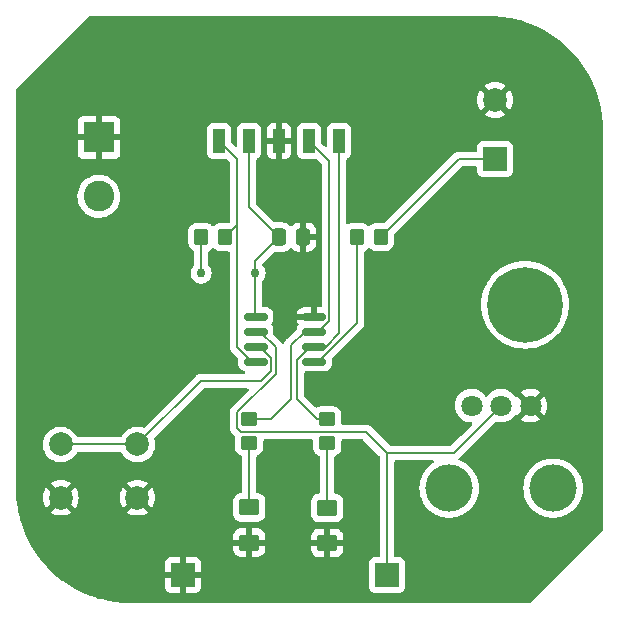
<source format=gbr>
%TF.GenerationSoftware,KiCad,Pcbnew,(6.0.10)*%
%TF.CreationDate,2023-02-14T20:35:35-05:00*%
%TF.ProjectId,starterProject,73746172-7465-4725-9072-6f6a6563742e,rev?*%
%TF.SameCoordinates,Original*%
%TF.FileFunction,Copper,L1,Top*%
%TF.FilePolarity,Positive*%
%FSLAX46Y46*%
G04 Gerber Fmt 4.6, Leading zero omitted, Abs format (unit mm)*
G04 Created by KiCad (PCBNEW (6.0.10)) date 2023-02-14 20:35:35*
%MOMM*%
%LPD*%
G01*
G04 APERTURE LIST*
G04 Aperture macros list*
%AMRoundRect*
0 Rectangle with rounded corners*
0 $1 Rounding radius*
0 $2 $3 $4 $5 $6 $7 $8 $9 X,Y pos of 4 corners*
0 Add a 4 corners polygon primitive as box body*
4,1,4,$2,$3,$4,$5,$6,$7,$8,$9,$2,$3,0*
0 Add four circle primitives for the rounded corners*
1,1,$1+$1,$2,$3*
1,1,$1+$1,$4,$5*
1,1,$1+$1,$6,$7*
1,1,$1+$1,$8,$9*
0 Add four rect primitives between the rounded corners*
20,1,$1+$1,$2,$3,$4,$5,0*
20,1,$1+$1,$4,$5,$6,$7,0*
20,1,$1+$1,$6,$7,$8,$9,0*
20,1,$1+$1,$8,$9,$2,$3,0*%
G04 Aperture macros list end*
%TA.AperFunction,ComponentPad*%
%ADD10R,2.000000X2.000000*%
%TD*%
%TA.AperFunction,SMDPad,CuDef*%
%ADD11RoundRect,0.250000X-0.350000X-0.450000X0.350000X-0.450000X0.350000X0.450000X-0.350000X0.450000X0*%
%TD*%
%TA.AperFunction,WasherPad*%
%ADD12C,4.000000*%
%TD*%
%TA.AperFunction,ComponentPad*%
%ADD13C,1.800000*%
%TD*%
%TA.AperFunction,SMDPad,CuDef*%
%ADD14RoundRect,0.250000X-0.450000X0.350000X-0.450000X-0.350000X0.450000X-0.350000X0.450000X0.350000X0*%
%TD*%
%TA.AperFunction,SMDPad,CuDef*%
%ADD15RoundRect,0.250001X0.624999X-0.462499X0.624999X0.462499X-0.624999X0.462499X-0.624999X-0.462499X0*%
%TD*%
%TA.AperFunction,SMDPad,CuDef*%
%ADD16R,1.000000X2.000000*%
%TD*%
%TA.AperFunction,ComponentPad*%
%ADD17C,2.000000*%
%TD*%
%TA.AperFunction,ComponentPad*%
%ADD18C,6.400000*%
%TD*%
%TA.AperFunction,ComponentPad*%
%ADD19R,2.600000X2.600000*%
%TD*%
%TA.AperFunction,ComponentPad*%
%ADD20C,2.600000*%
%TD*%
%TA.AperFunction,SMDPad,CuDef*%
%ADD21RoundRect,0.150000X-0.825000X-0.150000X0.825000X-0.150000X0.825000X0.150000X-0.825000X0.150000X0*%
%TD*%
%TA.AperFunction,SMDPad,CuDef*%
%ADD22RoundRect,0.250000X-0.337500X-0.475000X0.337500X-0.475000X0.337500X0.475000X-0.337500X0.475000X0*%
%TD*%
%TA.AperFunction,ViaPad*%
%ADD23C,0.762000*%
%TD*%
%TA.AperFunction,Conductor*%
%ADD24C,0.203200*%
%TD*%
G04 APERTURE END LIST*
D10*
%TO.P,TP2,1,1*%
%TO.N,Net-(RV1-Pad2)*%
X132588000Y-99715977D03*
%TD*%
D11*
%TO.P,R2,1*%
%TO.N,+3.3V*%
X116872000Y-71120000D03*
%TO.P,R2,2*%
%TO.N,/~{MCLR}*%
X118872000Y-71120000D03*
%TD*%
D12*
%TO.P,RV1,*%
%TO.N,*%
X137840000Y-92390000D03*
X146640000Y-92390000D03*
D13*
%TO.P,RV1,1,1*%
%TO.N,+3.3V*%
X139740000Y-85390000D03*
%TO.P,RV1,2,2*%
%TO.N,Net-(RV1-Pad2)*%
X142240000Y-85390000D03*
%TO.P,RV1,3,3*%
%TO.N,GND*%
X144740000Y-85390000D03*
%TD*%
D14*
%TO.P,R3,1*%
%TO.N,/ICSPCLK*%
X127508000Y-86555500D03*
%TO.P,R3,2*%
%TO.N,Net-(D1-Pad2)*%
X127508000Y-88555500D03*
%TD*%
D11*
%TO.P,R1,1*%
%TO.N,Net-(R1-Pad1)*%
X130048000Y-71120000D03*
%TO.P,R1,2*%
%TO.N,Net-(BZ1-Pad1)*%
X132048000Y-71120000D03*
%TD*%
D15*
%TO.P,D2,1,K*%
%TO.N,GND*%
X120904000Y-96991500D03*
%TO.P,D2,2,A*%
%TO.N,Net-(D2-Pad2)*%
X120904000Y-94016500D03*
%TD*%
D16*
%TO.P,J2,1,Pin_1*%
%TO.N,/~{MCLR}*%
X118364000Y-62992000D03*
%TO.P,J2,2,Pin_2*%
%TO.N,+3.3V*%
X120904000Y-62992000D03*
%TO.P,J2,3,Pin_3*%
%TO.N,GND*%
X123444000Y-62992000D03*
%TO.P,J2,4,Pin_4*%
%TO.N,/ICSPDAT*%
X125984000Y-62992000D03*
%TO.P,J2,5,Pin_5*%
%TO.N,/ICSPCLK*%
X128524000Y-62992000D03*
%TD*%
D17*
%TO.P,SW1,1,1*%
%TO.N,GND*%
X111454000Y-93182000D03*
X104954000Y-93182000D03*
%TO.P,SW1,2,2*%
%TO.N,Net-(SW1-Pad2)*%
X104954000Y-88682000D03*
X111454000Y-88682000D03*
%TD*%
D14*
%TO.P,R4,1*%
%TO.N,/ICSPDAT*%
X120904000Y-86519000D03*
%TO.P,R4,2*%
%TO.N,Net-(D2-Pad2)*%
X120904000Y-88519000D03*
%TD*%
D10*
%TO.P,TP1,1,1*%
%TO.N,GND*%
X115316000Y-99715977D03*
%TD*%
D18*
%TO.P,REF\u002A\u002A,1*%
%TO.N,N/C*%
X144272000Y-76855977D03*
%TD*%
D19*
%TO.P,J1,1,Pin_1*%
%TO.N,GND*%
X108188000Y-62671977D03*
D20*
%TO.P,J1,2,Pin_2*%
%TO.N,+3.3V*%
X108188000Y-67671977D03*
%TD*%
D10*
%TO.P,BZ1,1,-*%
%TO.N,Net-(BZ1-Pad1)*%
X141732000Y-64516000D03*
D17*
%TO.P,BZ1,2,+*%
%TO.N,GND*%
X141732000Y-59516000D03*
%TD*%
D15*
%TO.P,D1,1,K*%
%TO.N,GND*%
X127508000Y-97028000D03*
%TO.P,D1,2,A*%
%TO.N,Net-(D1-Pad2)*%
X127508000Y-94053000D03*
%TD*%
D21*
%TO.P,U1,1,VDD*%
%TO.N,+3.3V*%
X121477000Y-77851000D03*
%TO.P,U1,2,RA5*%
%TO.N,Net-(RV1-Pad2)*%
X121477000Y-79121000D03*
%TO.P,U1,3,RA4*%
%TO.N,Net-(SW1-Pad2)*%
X121477000Y-80391000D03*
%TO.P,U1,4,RA3/~{MCLR}*%
%TO.N,/~{MCLR}*%
X121477000Y-81661000D03*
%TO.P,U1,5,RA2*%
%TO.N,Net-(R1-Pad1)*%
X126427000Y-81661000D03*
%TO.P,U1,6,RA1/ICSPCLK*%
%TO.N,/ICSPCLK*%
X126427000Y-80391000D03*
%TO.P,U1,7,RA0/ICSPDAT*%
%TO.N,/ICSPDAT*%
X126427000Y-79121000D03*
%TO.P,U1,8,VSS*%
%TO.N,GND*%
X126427000Y-77851000D03*
%TD*%
D22*
%TO.P,C1,1*%
%TO.N,+3.3V*%
X123422500Y-71120000D03*
%TO.P,C1,2*%
%TO.N,GND*%
X125497500Y-71120000D03*
%TD*%
D23*
%TO.N,+3.3V*%
X116840000Y-74168000D03*
X121412000Y-74168000D03*
%TD*%
D24*
%TO.N,Net-(BZ1-Pad1)*%
X138652000Y-64516000D02*
X141732000Y-64516000D01*
X132048000Y-71120000D02*
X138652000Y-64516000D01*
%TO.N,+3.3V*%
X116840000Y-71152000D02*
X116872000Y-71120000D01*
X123422500Y-71120000D02*
X121412000Y-73130500D01*
X121412000Y-77786000D02*
X121477000Y-77851000D01*
X121412000Y-73130500D02*
X121412000Y-74168000D01*
X120904000Y-68601500D02*
X123422500Y-71120000D01*
X116840000Y-74168000D02*
X116840000Y-71152000D01*
X121412000Y-74168000D02*
X121412000Y-77786000D01*
X120904000Y-62992000D02*
X120904000Y-68601500D01*
%TO.N,Net-(D1-Pad2)*%
X127508000Y-94053000D02*
X127508000Y-88555500D01*
%TO.N,Net-(D2-Pad2)*%
X120904000Y-94016500D02*
X120904000Y-88519000D01*
%TO.N,/ICSPCLK*%
X127381000Y-80391000D02*
X126427000Y-80391000D01*
X126687500Y-86555500D02*
X127508000Y-86555500D01*
X124968000Y-81501816D02*
X124968000Y-84836000D01*
X126078816Y-80391000D02*
X124968000Y-81501816D01*
X124968000Y-84836000D02*
X126687500Y-86555500D01*
X128524000Y-79248000D02*
X127381000Y-80391000D01*
X126427000Y-80391000D02*
X126078816Y-80391000D01*
X128524000Y-62992000D02*
X128524000Y-79248000D01*
%TO.N,/ICSPDAT*%
X126775184Y-79121000D02*
X126427000Y-79121000D01*
X124460000Y-80264000D02*
X124460000Y-84836000D01*
X126427000Y-79121000D02*
X125603000Y-79121000D01*
X122777000Y-86519000D02*
X120904000Y-86519000D01*
X124460000Y-84836000D02*
X122777000Y-86519000D01*
X125603000Y-79121000D02*
X124460000Y-80264000D01*
X125984000Y-62992000D02*
X127706800Y-64714800D01*
X127706800Y-64714800D02*
X127706800Y-78189384D01*
X127706800Y-78189384D02*
X126775184Y-79121000D01*
%TO.N,/~{MCLR}*%
X119888000Y-80420184D02*
X121128816Y-81661000D01*
X119888000Y-70104000D02*
X119888000Y-80420184D01*
X119888000Y-69596000D02*
X119888000Y-70104000D01*
X118872000Y-71120000D02*
X119888000Y-70104000D01*
X121128816Y-81661000D02*
X121477000Y-81661000D01*
X118364000Y-62992000D02*
X119888000Y-64516000D01*
X119888000Y-64516000D02*
X119888000Y-69596000D01*
%TO.N,Net-(R1-Pad1)*%
X126775184Y-81661000D02*
X130048000Y-78388184D01*
X130048000Y-78388184D02*
X130048000Y-71120000D01*
X126427000Y-81661000D02*
X126775184Y-81661000D01*
%TO.N,Net-(RV1-Pad2)*%
X121825184Y-79121000D02*
X123163200Y-80459016D01*
X123163200Y-82675194D02*
X119899200Y-85939194D01*
X119899200Y-87289206D02*
X120224194Y-87614200D01*
X132588000Y-89408000D02*
X138222000Y-89408000D01*
X121477000Y-79121000D02*
X121825184Y-79121000D01*
X138222000Y-89408000D02*
X142240000Y-85390000D01*
X119899200Y-85939194D02*
X119899200Y-87289206D01*
X132588000Y-89408000D02*
X132588000Y-99715977D01*
X123163200Y-80459016D02*
X123163200Y-82675194D01*
X120224194Y-87614200D02*
X130794200Y-87614200D01*
X130794200Y-87614200D02*
X132588000Y-89408000D01*
%TO.N,Net-(SW1-Pad2)*%
X116824000Y-83312000D02*
X111454000Y-88682000D01*
X121920000Y-83312000D02*
X116824000Y-83312000D01*
X104954000Y-88682000D02*
X108274023Y-88682000D01*
X108274023Y-88682000D02*
X111454000Y-88682000D01*
X121825184Y-80391000D02*
X122756800Y-81322616D01*
X122756800Y-82475200D02*
X121920000Y-83312000D01*
X121477000Y-80391000D02*
X121825184Y-80391000D01*
X122756800Y-81322616D02*
X122756800Y-82475200D01*
%TD*%
%TA.AperFunction,Conductor*%
%TO.N,GND*%
G36*
X141194020Y-52398205D02*
G01*
X141208125Y-52400401D01*
X141208328Y-52400433D01*
X141217724Y-52401896D01*
X141226626Y-52400732D01*
X141226628Y-52400732D01*
X141234424Y-52399712D01*
X141240837Y-52398874D01*
X141261129Y-52397872D01*
X141826065Y-52415626D01*
X141833965Y-52416123D01*
X142175432Y-52448401D01*
X142429719Y-52472438D01*
X142437554Y-52473428D01*
X143028604Y-52567041D01*
X143036372Y-52568524D01*
X143620372Y-52699064D01*
X143628039Y-52701032D01*
X143903338Y-52781013D01*
X144202687Y-52867982D01*
X144210190Y-52870420D01*
X144773243Y-53073131D01*
X144780571Y-53076033D01*
X145329787Y-53313700D01*
X145336919Y-53317056D01*
X145670713Y-53487132D01*
X145870128Y-53588739D01*
X145877064Y-53592553D01*
X146392113Y-53897153D01*
X146398796Y-53901394D01*
X146893732Y-54237752D01*
X146900136Y-54242405D01*
X147372972Y-54609175D01*
X147379071Y-54614220D01*
X147827932Y-55009943D01*
X147833703Y-55015362D01*
X148256842Y-55438502D01*
X148262260Y-55444272D01*
X148657983Y-55893133D01*
X148663028Y-55899232D01*
X149029803Y-56372075D01*
X149034456Y-56378479D01*
X149370796Y-56873389D01*
X149375038Y-56880072D01*
X149679656Y-57395153D01*
X149683469Y-57402089D01*
X149955146Y-57935285D01*
X149958509Y-57942433D01*
X150196161Y-58491618D01*
X150199075Y-58498977D01*
X150254122Y-58651876D01*
X150395292Y-59043988D01*
X150401777Y-59062002D01*
X150404223Y-59069530D01*
X150571170Y-59644166D01*
X150573139Y-59651833D01*
X150703678Y-60235832D01*
X150705160Y-60243600D01*
X150785155Y-60748670D01*
X150798772Y-60834643D01*
X150799764Y-60842497D01*
X150856077Y-61438240D01*
X150856574Y-61446139D01*
X150874091Y-62003531D01*
X150872653Y-62026874D01*
X150871690Y-62033056D01*
X150871690Y-62033060D01*
X150870309Y-62041929D01*
X150871473Y-62050831D01*
X150871473Y-62050833D01*
X150874436Y-62073488D01*
X150875500Y-62089826D01*
X150875500Y-95822616D01*
X150855498Y-95890737D01*
X150838890Y-95911416D01*
X144721401Y-102069541D01*
X144659202Y-102103772D01*
X144632014Y-102106741D01*
X129557403Y-102107079D01*
X110865563Y-102107499D01*
X110846185Y-102106000D01*
X110832080Y-102103804D01*
X110831351Y-102103690D01*
X110822481Y-102102309D01*
X110813579Y-102103473D01*
X110813577Y-102103473D01*
X110805781Y-102104493D01*
X110799368Y-102105331D01*
X110779076Y-102106333D01*
X110214139Y-102088579D01*
X110206240Y-102088082D01*
X109610497Y-102031769D01*
X109602643Y-102030777D01*
X109532745Y-102019706D01*
X109011599Y-101937165D01*
X109003831Y-101935682D01*
X108419831Y-101805142D01*
X108412164Y-101803174D01*
X108136865Y-101723193D01*
X107837516Y-101636224D01*
X107830013Y-101633786D01*
X107548488Y-101532431D01*
X107266975Y-101431080D01*
X107259616Y-101428166D01*
X106710431Y-101190514D01*
X106703283Y-101187151D01*
X106170086Y-100915473D01*
X106163150Y-100911660D01*
X105907799Y-100760646D01*
X113808001Y-100760646D01*
X113808371Y-100767467D01*
X113813895Y-100818329D01*
X113817521Y-100833581D01*
X113862676Y-100954031D01*
X113871214Y-100969626D01*
X113947715Y-101071701D01*
X113960276Y-101084262D01*
X114062351Y-101160763D01*
X114077946Y-101169301D01*
X114198394Y-101214455D01*
X114213649Y-101218082D01*
X114264514Y-101223608D01*
X114271328Y-101223977D01*
X115043885Y-101223977D01*
X115059124Y-101219502D01*
X115060329Y-101218112D01*
X115062000Y-101210429D01*
X115062000Y-101205861D01*
X115570000Y-101205861D01*
X115574475Y-101221100D01*
X115575865Y-101222305D01*
X115583548Y-101223976D01*
X116360669Y-101223976D01*
X116367490Y-101223606D01*
X116418352Y-101218082D01*
X116433604Y-101214456D01*
X116554054Y-101169301D01*
X116569649Y-101160763D01*
X116671724Y-101084262D01*
X116684285Y-101071701D01*
X116760786Y-100969626D01*
X116769324Y-100954031D01*
X116814478Y-100833583D01*
X116818105Y-100818328D01*
X116823631Y-100767463D01*
X116824000Y-100760649D01*
X116824000Y-99988092D01*
X116819525Y-99972853D01*
X116818135Y-99971648D01*
X116810452Y-99969977D01*
X115588115Y-99969977D01*
X115572876Y-99974452D01*
X115571671Y-99975842D01*
X115570000Y-99983525D01*
X115570000Y-101205861D01*
X115062000Y-101205861D01*
X115062000Y-99988092D01*
X115057525Y-99972853D01*
X115056135Y-99971648D01*
X115048452Y-99969977D01*
X113826116Y-99969977D01*
X113810877Y-99974452D01*
X113809672Y-99975842D01*
X113808001Y-99983525D01*
X113808001Y-100760646D01*
X105907799Y-100760646D01*
X105648076Y-100607047D01*
X105641392Y-100602805D01*
X105146468Y-100266455D01*
X105140065Y-100261803D01*
X105085235Y-100219272D01*
X104667228Y-99895033D01*
X104661129Y-99889987D01*
X104212260Y-99494256D01*
X104206490Y-99488837D01*
X104161515Y-99443862D01*
X113808000Y-99443862D01*
X113812475Y-99459101D01*
X113813865Y-99460306D01*
X113821548Y-99461977D01*
X115043885Y-99461977D01*
X115059124Y-99457502D01*
X115060329Y-99456112D01*
X115062000Y-99448429D01*
X115062000Y-99443862D01*
X115570000Y-99443862D01*
X115574475Y-99459101D01*
X115575865Y-99460306D01*
X115583548Y-99461977D01*
X116805884Y-99461977D01*
X116821123Y-99457502D01*
X116822328Y-99456112D01*
X116823999Y-99448429D01*
X116823999Y-98671308D01*
X116823629Y-98664487D01*
X116818105Y-98613625D01*
X116814479Y-98598373D01*
X116769324Y-98477923D01*
X116760786Y-98462328D01*
X116684285Y-98360253D01*
X116671724Y-98347692D01*
X116569649Y-98271191D01*
X116554054Y-98262653D01*
X116433606Y-98217499D01*
X116418351Y-98213872D01*
X116367486Y-98208346D01*
X116360672Y-98207977D01*
X115588115Y-98207977D01*
X115572876Y-98212452D01*
X115571671Y-98213842D01*
X115570000Y-98221525D01*
X115570000Y-99443862D01*
X115062000Y-99443862D01*
X115062000Y-98226093D01*
X115057525Y-98210854D01*
X115056135Y-98209649D01*
X115048452Y-98207978D01*
X114271331Y-98207978D01*
X114264510Y-98208348D01*
X114213648Y-98213872D01*
X114198396Y-98217498D01*
X114077946Y-98262653D01*
X114062351Y-98271191D01*
X113960276Y-98347692D01*
X113947715Y-98360253D01*
X113871214Y-98462328D01*
X113862676Y-98477923D01*
X113817522Y-98598371D01*
X113813895Y-98613626D01*
X113808369Y-98664491D01*
X113808000Y-98671305D01*
X113808000Y-99443862D01*
X104161515Y-99443862D01*
X103783366Y-99065713D01*
X103777947Y-99059943D01*
X103435319Y-98671308D01*
X103382203Y-98611059D01*
X103377181Y-98604990D01*
X103010395Y-98132132D01*
X103005748Y-98125736D01*
X102958313Y-98055937D01*
X102669387Y-97630796D01*
X102665165Y-97624144D01*
X102592395Y-97501096D01*
X119521000Y-97501096D01*
X119521337Y-97507611D01*
X119531256Y-97603203D01*
X119534150Y-97616602D01*
X119585588Y-97770783D01*
X119591762Y-97783962D01*
X119677063Y-97921807D01*
X119686099Y-97933208D01*
X119800830Y-98047739D01*
X119812241Y-98056751D01*
X119950245Y-98141818D01*
X119963423Y-98147962D01*
X120117716Y-98199139D01*
X120131081Y-98202005D01*
X120225439Y-98211672D01*
X120231855Y-98212000D01*
X120631885Y-98212000D01*
X120647124Y-98207525D01*
X120648329Y-98206135D01*
X120650000Y-98198452D01*
X120650000Y-98193885D01*
X121158000Y-98193885D01*
X121162475Y-98209124D01*
X121163865Y-98210329D01*
X121171548Y-98212000D01*
X121576096Y-98212000D01*
X121582611Y-98211663D01*
X121678203Y-98201744D01*
X121691602Y-98198850D01*
X121845783Y-98147412D01*
X121858962Y-98141238D01*
X121996807Y-98055937D01*
X122008208Y-98046901D01*
X122122739Y-97932170D01*
X122131751Y-97920759D01*
X122216818Y-97782755D01*
X122222962Y-97769577D01*
X122274139Y-97615284D01*
X122277005Y-97601919D01*
X122283595Y-97537596D01*
X126125000Y-97537596D01*
X126125337Y-97544111D01*
X126135256Y-97639703D01*
X126138150Y-97653102D01*
X126189588Y-97807283D01*
X126195762Y-97820462D01*
X126281063Y-97958307D01*
X126290099Y-97969708D01*
X126404830Y-98084239D01*
X126416241Y-98093251D01*
X126554245Y-98178318D01*
X126567423Y-98184462D01*
X126721716Y-98235639D01*
X126735081Y-98238505D01*
X126829439Y-98248172D01*
X126835855Y-98248500D01*
X127235885Y-98248500D01*
X127251124Y-98244025D01*
X127252329Y-98242635D01*
X127254000Y-98234952D01*
X127254000Y-98230385D01*
X127762000Y-98230385D01*
X127766475Y-98245624D01*
X127767865Y-98246829D01*
X127775548Y-98248500D01*
X128180096Y-98248500D01*
X128186611Y-98248163D01*
X128282203Y-98238244D01*
X128295602Y-98235350D01*
X128449783Y-98183912D01*
X128462962Y-98177738D01*
X128600807Y-98092437D01*
X128612208Y-98083401D01*
X128726739Y-97968670D01*
X128735751Y-97957259D01*
X128820818Y-97819255D01*
X128826962Y-97806077D01*
X128878139Y-97651784D01*
X128881005Y-97638419D01*
X128890672Y-97544061D01*
X128891000Y-97537645D01*
X128891000Y-97300115D01*
X128886525Y-97284876D01*
X128885135Y-97283671D01*
X128877452Y-97282000D01*
X127780115Y-97282000D01*
X127764876Y-97286475D01*
X127763671Y-97287865D01*
X127762000Y-97295548D01*
X127762000Y-98230385D01*
X127254000Y-98230385D01*
X127254000Y-97300115D01*
X127249525Y-97284876D01*
X127248135Y-97283671D01*
X127240452Y-97282000D01*
X126143115Y-97282000D01*
X126127876Y-97286475D01*
X126126671Y-97287865D01*
X126125000Y-97295548D01*
X126125000Y-97537596D01*
X122283595Y-97537596D01*
X122286672Y-97507561D01*
X122287000Y-97501145D01*
X122287000Y-97263615D01*
X122282525Y-97248376D01*
X122281135Y-97247171D01*
X122273452Y-97245500D01*
X121176115Y-97245500D01*
X121160876Y-97249975D01*
X121159671Y-97251365D01*
X121158000Y-97259048D01*
X121158000Y-98193885D01*
X120650000Y-98193885D01*
X120650000Y-97263615D01*
X120645525Y-97248376D01*
X120644135Y-97247171D01*
X120636452Y-97245500D01*
X119539115Y-97245500D01*
X119523876Y-97249975D01*
X119522671Y-97251365D01*
X119521000Y-97259048D01*
X119521000Y-97501096D01*
X102592395Y-97501096D01*
X102360542Y-97109054D01*
X102356729Y-97102118D01*
X102189544Y-96774000D01*
X102180314Y-96755885D01*
X126125000Y-96755885D01*
X126129475Y-96771124D01*
X126130865Y-96772329D01*
X126138548Y-96774000D01*
X127235885Y-96774000D01*
X127251124Y-96769525D01*
X127252329Y-96768135D01*
X127254000Y-96760452D01*
X127254000Y-96755885D01*
X127762000Y-96755885D01*
X127766475Y-96771124D01*
X127767865Y-96772329D01*
X127775548Y-96774000D01*
X128872885Y-96774000D01*
X128888124Y-96769525D01*
X128889329Y-96768135D01*
X128891000Y-96760452D01*
X128891000Y-96518404D01*
X128890663Y-96511889D01*
X128880744Y-96416297D01*
X128877850Y-96402898D01*
X128826412Y-96248717D01*
X128820238Y-96235538D01*
X128734937Y-96097693D01*
X128725901Y-96086292D01*
X128611170Y-95971761D01*
X128599759Y-95962749D01*
X128461755Y-95877682D01*
X128448577Y-95871538D01*
X128294284Y-95820361D01*
X128280919Y-95817495D01*
X128186561Y-95807828D01*
X128180144Y-95807500D01*
X127780115Y-95807500D01*
X127764876Y-95811975D01*
X127763671Y-95813365D01*
X127762000Y-95821048D01*
X127762000Y-96755885D01*
X127254000Y-96755885D01*
X127254000Y-95825615D01*
X127249525Y-95810376D01*
X127248135Y-95809171D01*
X127240452Y-95807500D01*
X126835904Y-95807500D01*
X126829389Y-95807837D01*
X126733797Y-95817756D01*
X126720398Y-95820650D01*
X126566217Y-95872088D01*
X126553038Y-95878262D01*
X126415193Y-95963563D01*
X126403792Y-95972599D01*
X126289261Y-96087330D01*
X126280249Y-96098741D01*
X126195182Y-96236745D01*
X126189038Y-96249923D01*
X126137861Y-96404216D01*
X126134995Y-96417581D01*
X126125328Y-96511939D01*
X126125000Y-96518356D01*
X126125000Y-96755885D01*
X102180314Y-96755885D01*
X102161716Y-96719385D01*
X119521000Y-96719385D01*
X119525475Y-96734624D01*
X119526865Y-96735829D01*
X119534548Y-96737500D01*
X120631885Y-96737500D01*
X120647124Y-96733025D01*
X120648329Y-96731635D01*
X120650000Y-96723952D01*
X120650000Y-96719385D01*
X121158000Y-96719385D01*
X121162475Y-96734624D01*
X121163865Y-96735829D01*
X121171548Y-96737500D01*
X122268885Y-96737500D01*
X122284124Y-96733025D01*
X122285329Y-96731635D01*
X122287000Y-96723952D01*
X122287000Y-96481904D01*
X122286663Y-96475389D01*
X122276744Y-96379797D01*
X122273850Y-96366398D01*
X122222412Y-96212217D01*
X122216238Y-96199038D01*
X122130937Y-96061193D01*
X122121901Y-96049792D01*
X122007170Y-95935261D01*
X121995759Y-95926249D01*
X121857755Y-95841182D01*
X121844577Y-95835038D01*
X121690284Y-95783861D01*
X121676919Y-95780995D01*
X121582561Y-95771328D01*
X121576144Y-95771000D01*
X121176115Y-95771000D01*
X121160876Y-95775475D01*
X121159671Y-95776865D01*
X121158000Y-95784548D01*
X121158000Y-96719385D01*
X120650000Y-96719385D01*
X120650000Y-95789115D01*
X120645525Y-95773876D01*
X120644135Y-95772671D01*
X120636452Y-95771000D01*
X120231904Y-95771000D01*
X120225389Y-95771337D01*
X120129797Y-95781256D01*
X120116398Y-95784150D01*
X119962217Y-95835588D01*
X119949038Y-95841762D01*
X119811193Y-95927063D01*
X119799792Y-95936099D01*
X119685261Y-96050830D01*
X119676249Y-96062241D01*
X119591182Y-96200245D01*
X119585038Y-96213423D01*
X119533861Y-96367716D01*
X119530995Y-96381081D01*
X119521328Y-96475439D01*
X119521000Y-96481856D01*
X119521000Y-96719385D01*
X102161716Y-96719385D01*
X102085051Y-96568921D01*
X102081695Y-96561789D01*
X101844029Y-96012574D01*
X101841127Y-96005244D01*
X101638415Y-95442191D01*
X101635973Y-95434676D01*
X101589198Y-95273672D01*
X101504930Y-94983620D01*
X101469027Y-94860040D01*
X101467059Y-94852373D01*
X101369220Y-94414670D01*
X104086160Y-94414670D01*
X104091887Y-94422320D01*
X104263042Y-94527205D01*
X104271837Y-94531687D01*
X104481988Y-94618734D01*
X104491373Y-94621783D01*
X104712554Y-94674885D01*
X104722301Y-94676428D01*
X104949070Y-94694275D01*
X104958930Y-94694275D01*
X105185699Y-94676428D01*
X105195446Y-94674885D01*
X105416627Y-94621783D01*
X105426012Y-94618734D01*
X105636163Y-94531687D01*
X105644958Y-94527205D01*
X105812445Y-94424568D01*
X105821400Y-94414670D01*
X110586160Y-94414670D01*
X110591887Y-94422320D01*
X110763042Y-94527205D01*
X110771837Y-94531687D01*
X110981988Y-94618734D01*
X110991373Y-94621783D01*
X111212554Y-94674885D01*
X111222301Y-94676428D01*
X111449070Y-94694275D01*
X111458930Y-94694275D01*
X111685699Y-94676428D01*
X111695446Y-94674885D01*
X111916627Y-94621783D01*
X111926012Y-94618734D01*
X112136163Y-94531687D01*
X112144958Y-94527205D01*
X112312445Y-94424568D01*
X112321907Y-94414110D01*
X112318124Y-94405334D01*
X111466812Y-93554022D01*
X111452868Y-93546408D01*
X111451035Y-93546539D01*
X111444420Y-93550790D01*
X110592920Y-94402290D01*
X110586160Y-94414670D01*
X105821400Y-94414670D01*
X105821907Y-94414110D01*
X105818124Y-94405334D01*
X104966812Y-93554022D01*
X104952868Y-93546408D01*
X104951035Y-93546539D01*
X104944420Y-93550790D01*
X104092920Y-94402290D01*
X104086160Y-94414670D01*
X101369220Y-94414670D01*
X101336519Y-94268373D01*
X101335035Y-94260598D01*
X101311275Y-94110582D01*
X101241423Y-93669555D01*
X101240432Y-93661711D01*
X101239705Y-93654012D01*
X101199040Y-93223824D01*
X101195553Y-93186930D01*
X103441725Y-93186930D01*
X103459572Y-93413699D01*
X103461115Y-93423446D01*
X103514217Y-93644627D01*
X103517266Y-93654012D01*
X103604313Y-93864163D01*
X103608795Y-93872958D01*
X103711432Y-94040445D01*
X103721890Y-94049907D01*
X103730666Y-94046124D01*
X104581978Y-93194812D01*
X104588356Y-93183132D01*
X105318408Y-93183132D01*
X105318539Y-93184965D01*
X105322790Y-93191580D01*
X106174290Y-94043080D01*
X106186670Y-94049840D01*
X106194320Y-94044113D01*
X106299205Y-93872958D01*
X106303687Y-93864163D01*
X106390734Y-93654012D01*
X106393783Y-93644627D01*
X106446885Y-93423446D01*
X106448428Y-93413699D01*
X106466275Y-93186930D01*
X109941725Y-93186930D01*
X109959572Y-93413699D01*
X109961115Y-93423446D01*
X110014217Y-93644627D01*
X110017266Y-93654012D01*
X110104313Y-93864163D01*
X110108795Y-93872958D01*
X110211432Y-94040445D01*
X110221890Y-94049907D01*
X110230666Y-94046124D01*
X111081978Y-93194812D01*
X111088356Y-93183132D01*
X111818408Y-93183132D01*
X111818539Y-93184965D01*
X111822790Y-93191580D01*
X112674290Y-94043080D01*
X112686670Y-94049840D01*
X112694320Y-94044113D01*
X112799205Y-93872958D01*
X112803687Y-93864163D01*
X112890734Y-93654012D01*
X112893783Y-93644627D01*
X112946885Y-93423446D01*
X112948428Y-93413699D01*
X112966275Y-93186930D01*
X112966275Y-93177070D01*
X112948428Y-92950301D01*
X112946885Y-92940554D01*
X112893783Y-92719373D01*
X112890734Y-92709988D01*
X112803687Y-92499837D01*
X112799205Y-92491042D01*
X112696568Y-92323555D01*
X112686110Y-92314093D01*
X112677334Y-92317876D01*
X111826022Y-93169188D01*
X111818408Y-93183132D01*
X111088356Y-93183132D01*
X111089592Y-93180868D01*
X111089461Y-93179035D01*
X111085210Y-93172420D01*
X110233710Y-92320920D01*
X110221330Y-92314160D01*
X110213680Y-92319887D01*
X110108795Y-92491042D01*
X110104313Y-92499837D01*
X110017266Y-92709988D01*
X110014217Y-92719373D01*
X109961115Y-92940554D01*
X109959572Y-92950301D01*
X109941725Y-93177070D01*
X109941725Y-93186930D01*
X106466275Y-93186930D01*
X106466275Y-93177070D01*
X106448428Y-92950301D01*
X106446885Y-92940554D01*
X106393783Y-92719373D01*
X106390734Y-92709988D01*
X106303687Y-92499837D01*
X106299205Y-92491042D01*
X106196568Y-92323555D01*
X106186110Y-92314093D01*
X106177334Y-92317876D01*
X105326022Y-93169188D01*
X105318408Y-93183132D01*
X104588356Y-93183132D01*
X104589592Y-93180868D01*
X104589461Y-93179035D01*
X104585210Y-93172420D01*
X103733710Y-92320920D01*
X103721330Y-92314160D01*
X103713680Y-92319887D01*
X103608795Y-92491042D01*
X103604313Y-92499837D01*
X103517266Y-92709988D01*
X103514217Y-92719373D01*
X103461115Y-92940554D01*
X103459572Y-92950301D01*
X103441725Y-93177070D01*
X103441725Y-93186930D01*
X101195553Y-93186930D01*
X101184118Y-93065965D01*
X101183621Y-93058065D01*
X101166106Y-92500725D01*
X101167544Y-92477384D01*
X101168515Y-92471150D01*
X101168515Y-92471145D01*
X101169896Y-92462276D01*
X101165769Y-92430714D01*
X101164705Y-92414379D01*
X101164705Y-91949890D01*
X104086093Y-91949890D01*
X104089876Y-91958666D01*
X104941188Y-92809978D01*
X104955132Y-92817592D01*
X104956965Y-92817461D01*
X104963580Y-92813210D01*
X105815080Y-91961710D01*
X105821534Y-91949890D01*
X110586093Y-91949890D01*
X110589876Y-91958666D01*
X111441188Y-92809978D01*
X111455132Y-92817592D01*
X111456965Y-92817461D01*
X111463580Y-92813210D01*
X112315080Y-91961710D01*
X112321840Y-91949330D01*
X112316113Y-91941680D01*
X112144958Y-91836795D01*
X112136163Y-91832313D01*
X111926012Y-91745266D01*
X111916627Y-91742217D01*
X111695446Y-91689115D01*
X111685699Y-91687572D01*
X111458930Y-91669725D01*
X111449070Y-91669725D01*
X111222301Y-91687572D01*
X111212554Y-91689115D01*
X110991373Y-91742217D01*
X110981988Y-91745266D01*
X110771837Y-91832313D01*
X110763042Y-91836795D01*
X110595555Y-91939432D01*
X110586093Y-91949890D01*
X105821534Y-91949890D01*
X105821840Y-91949330D01*
X105816113Y-91941680D01*
X105644958Y-91836795D01*
X105636163Y-91832313D01*
X105426012Y-91745266D01*
X105416627Y-91742217D01*
X105195446Y-91689115D01*
X105185699Y-91687572D01*
X104958930Y-91669725D01*
X104949070Y-91669725D01*
X104722301Y-91687572D01*
X104712554Y-91689115D01*
X104491373Y-91742217D01*
X104481988Y-91745266D01*
X104271837Y-91832313D01*
X104263042Y-91836795D01*
X104095555Y-91939432D01*
X104086093Y-91949890D01*
X101164705Y-91949890D01*
X101164705Y-88682000D01*
X103440835Y-88682000D01*
X103459465Y-88918711D01*
X103460619Y-88923518D01*
X103460620Y-88923524D01*
X103486276Y-89030389D01*
X103514895Y-89149594D01*
X103516788Y-89154165D01*
X103516789Y-89154167D01*
X103597293Y-89348521D01*
X103605760Y-89368963D01*
X103608346Y-89373183D01*
X103727241Y-89567202D01*
X103727245Y-89567208D01*
X103729824Y-89571416D01*
X103884031Y-89751969D01*
X104064584Y-89906176D01*
X104068792Y-89908755D01*
X104068798Y-89908759D01*
X104215366Y-89998576D01*
X104267037Y-90030240D01*
X104271607Y-90032133D01*
X104271611Y-90032135D01*
X104469972Y-90114298D01*
X104486406Y-90121105D01*
X104566609Y-90140360D01*
X104712476Y-90175380D01*
X104712482Y-90175381D01*
X104717289Y-90176535D01*
X104954000Y-90195165D01*
X105190711Y-90176535D01*
X105195518Y-90175381D01*
X105195524Y-90175380D01*
X105341391Y-90140360D01*
X105421594Y-90121105D01*
X105438028Y-90114298D01*
X105636389Y-90032135D01*
X105636393Y-90032133D01*
X105640963Y-90030240D01*
X105692634Y-89998576D01*
X105839202Y-89908759D01*
X105839208Y-89908755D01*
X105843416Y-89906176D01*
X106023969Y-89751969D01*
X106178176Y-89571416D01*
X106180755Y-89567208D01*
X106180759Y-89567202D01*
X106299653Y-89373185D01*
X106299654Y-89373183D01*
X106302240Y-89368963D01*
X106304137Y-89364384D01*
X106305910Y-89360903D01*
X106354656Y-89309285D01*
X106418180Y-89292100D01*
X109989820Y-89292100D01*
X110057941Y-89312102D01*
X110102090Y-89360903D01*
X110103863Y-89364384D01*
X110105760Y-89368963D01*
X110108346Y-89373183D01*
X110108347Y-89373185D01*
X110227241Y-89567202D01*
X110227245Y-89567208D01*
X110229824Y-89571416D01*
X110384031Y-89751969D01*
X110564584Y-89906176D01*
X110568792Y-89908755D01*
X110568798Y-89908759D01*
X110715366Y-89998576D01*
X110767037Y-90030240D01*
X110771607Y-90032133D01*
X110771611Y-90032135D01*
X110969972Y-90114298D01*
X110986406Y-90121105D01*
X111066609Y-90140360D01*
X111212476Y-90175380D01*
X111212482Y-90175381D01*
X111217289Y-90176535D01*
X111454000Y-90195165D01*
X111690711Y-90176535D01*
X111695518Y-90175381D01*
X111695524Y-90175380D01*
X111841391Y-90140360D01*
X111921594Y-90121105D01*
X111938028Y-90114298D01*
X112136389Y-90032135D01*
X112136393Y-90032133D01*
X112140963Y-90030240D01*
X112192634Y-89998576D01*
X112339202Y-89908759D01*
X112339208Y-89908755D01*
X112343416Y-89906176D01*
X112523969Y-89751969D01*
X112678176Y-89571416D01*
X112680755Y-89567208D01*
X112680759Y-89567202D01*
X112799654Y-89373183D01*
X112802240Y-89368963D01*
X112810708Y-89348521D01*
X112891211Y-89154167D01*
X112891212Y-89154165D01*
X112893105Y-89149594D01*
X112921724Y-89030389D01*
X112947380Y-88923524D01*
X112947381Y-88923518D01*
X112948535Y-88918711D01*
X112967165Y-88682000D01*
X112948535Y-88445289D01*
X112925731Y-88350300D01*
X112894260Y-88219216D01*
X112894259Y-88219213D01*
X112893105Y-88214406D01*
X112891210Y-88209830D01*
X112890001Y-88206111D01*
X112887970Y-88135143D01*
X112920737Y-88078074D01*
X114971575Y-86027237D01*
X117039807Y-83959005D01*
X117102119Y-83924979D01*
X117128902Y-83922100D01*
X120749292Y-83922100D01*
X120817413Y-83942102D01*
X120863906Y-83995758D01*
X120874010Y-84066032D01*
X120844516Y-84130612D01*
X120838387Y-84137195D01*
X119521310Y-85454273D01*
X119513494Y-85461385D01*
X119507217Y-85465368D01*
X119501791Y-85471146D01*
X119462370Y-85513125D01*
X119459615Y-85515967D01*
X119440653Y-85534929D01*
X119438227Y-85538056D01*
X119437662Y-85538697D01*
X119430694Y-85546855D01*
X119401696Y-85577736D01*
X119392472Y-85594513D01*
X119381625Y-85611026D01*
X119374748Y-85619892D01*
X119374745Y-85619897D01*
X119369887Y-85626160D01*
X119353062Y-85665041D01*
X119347846Y-85675689D01*
X119327435Y-85712816D01*
X119322727Y-85731152D01*
X119322675Y-85731355D01*
X119316274Y-85750053D01*
X119308668Y-85767629D01*
X119307428Y-85775460D01*
X119302042Y-85809468D01*
X119299635Y-85821091D01*
X119289100Y-85862120D01*
X119289100Y-85881258D01*
X119287549Y-85900968D01*
X119284554Y-85919878D01*
X119285300Y-85927769D01*
X119288541Y-85962055D01*
X119289100Y-85973913D01*
X119289100Y-87213528D01*
X119288602Y-87224080D01*
X119286981Y-87231334D01*
X119287230Y-87239255D01*
X119289038Y-87296801D01*
X119289100Y-87300758D01*
X119289100Y-87327589D01*
X119289596Y-87331516D01*
X119289653Y-87332422D01*
X119290492Y-87343066D01*
X119291822Y-87385405D01*
X119294034Y-87393018D01*
X119297164Y-87403792D01*
X119301172Y-87423149D01*
X119303571Y-87442138D01*
X119306491Y-87449513D01*
X119319164Y-87481524D01*
X119323008Y-87492751D01*
X119332615Y-87525815D01*
X119334828Y-87533431D01*
X119344574Y-87549911D01*
X119353265Y-87567651D01*
X119360316Y-87585460D01*
X119384758Y-87619102D01*
X119385220Y-87619738D01*
X119391736Y-87629658D01*
X119413295Y-87666112D01*
X119426822Y-87679639D01*
X119439663Y-87694673D01*
X119450921Y-87710168D01*
X119457029Y-87715221D01*
X119483566Y-87737174D01*
X119492347Y-87745164D01*
X119668972Y-87921790D01*
X119702997Y-87984102D01*
X119705220Y-88023727D01*
X119700285Y-88071900D01*
X119695500Y-88118600D01*
X119695500Y-88919400D01*
X119706474Y-89025166D01*
X119708655Y-89031702D01*
X119708655Y-89031704D01*
X119746381Y-89144782D01*
X119762450Y-89192946D01*
X119855522Y-89343348D01*
X119980697Y-89468305D01*
X119986927Y-89472145D01*
X119986928Y-89472146D01*
X120039911Y-89504805D01*
X120131262Y-89561115D01*
X120149614Y-89567202D01*
X120207567Y-89586424D01*
X120265927Y-89626854D01*
X120293164Y-89692418D01*
X120293900Y-89706017D01*
X120293900Y-92675122D01*
X120273898Y-92743243D01*
X120220242Y-92789736D01*
X120180903Y-92800449D01*
X120129694Y-92805762D01*
X120129691Y-92805763D01*
X120122835Y-92806474D01*
X120116299Y-92808655D01*
X120116297Y-92808655D01*
X120006894Y-92845155D01*
X119955055Y-92862450D01*
X119804652Y-92955522D01*
X119679695Y-93080697D01*
X119675855Y-93086927D01*
X119675854Y-93086928D01*
X119620290Y-93177070D01*
X119586885Y-93231262D01*
X119531203Y-93399139D01*
X119530503Y-93405975D01*
X119530502Y-93405978D01*
X119526091Y-93449031D01*
X119520500Y-93503600D01*
X119520500Y-94529400D01*
X119520837Y-94532646D01*
X119520837Y-94532650D01*
X119530086Y-94621783D01*
X119531474Y-94635165D01*
X119533655Y-94641701D01*
X119533655Y-94641703D01*
X119551195Y-94694275D01*
X119587450Y-94802945D01*
X119680522Y-94953348D01*
X119805697Y-95078305D01*
X119811927Y-95082145D01*
X119811928Y-95082146D01*
X119949090Y-95166694D01*
X119956262Y-95171115D01*
X120036005Y-95197564D01*
X120117611Y-95224632D01*
X120117613Y-95224632D01*
X120124139Y-95226797D01*
X120130975Y-95227497D01*
X120130978Y-95227498D01*
X120174031Y-95231909D01*
X120228600Y-95237500D01*
X121579400Y-95237500D01*
X121582646Y-95237163D01*
X121582650Y-95237163D01*
X121678307Y-95227238D01*
X121678311Y-95227237D01*
X121685165Y-95226526D01*
X121691701Y-95224345D01*
X121691703Y-95224345D01*
X121823805Y-95180272D01*
X121852945Y-95170550D01*
X122003348Y-95077478D01*
X122128305Y-94952303D01*
X122221115Y-94801738D01*
X122256759Y-94694275D01*
X122274632Y-94640389D01*
X122274632Y-94640387D01*
X122276797Y-94633861D01*
X122287500Y-94529400D01*
X122287500Y-93503600D01*
X122281025Y-93441193D01*
X122277238Y-93404693D01*
X122277237Y-93404689D01*
X122276526Y-93397835D01*
X122250177Y-93318856D01*
X122222868Y-93237003D01*
X122220550Y-93230055D01*
X122127478Y-93079652D01*
X122002303Y-92954695D01*
X121918124Y-92902806D01*
X121857968Y-92865725D01*
X121857966Y-92865724D01*
X121851738Y-92861885D01*
X121695493Y-92810061D01*
X121690389Y-92808368D01*
X121690387Y-92808368D01*
X121683861Y-92806203D01*
X121677025Y-92805503D01*
X121677022Y-92805502D01*
X121627256Y-92800403D01*
X121561529Y-92773561D01*
X121520748Y-92715446D01*
X121514100Y-92675059D01*
X121514100Y-89706004D01*
X121534102Y-89637883D01*
X121587758Y-89591390D01*
X121600223Y-89586481D01*
X121671002Y-89562867D01*
X121671004Y-89562866D01*
X121677946Y-89560550D01*
X121828348Y-89467478D01*
X121953305Y-89342303D01*
X122019776Y-89234468D01*
X122042275Y-89197968D01*
X122042276Y-89197966D01*
X122046115Y-89191738D01*
X122089691Y-89060361D01*
X122099632Y-89030389D01*
X122099632Y-89030387D01*
X122101797Y-89023861D01*
X122112500Y-88919400D01*
X122112500Y-88350300D01*
X122132502Y-88282179D01*
X122186158Y-88235686D01*
X122238500Y-88224300D01*
X126173500Y-88224300D01*
X126241621Y-88244302D01*
X126288114Y-88297958D01*
X126299500Y-88350300D01*
X126299500Y-88955900D01*
X126299837Y-88959146D01*
X126299837Y-88959150D01*
X126307229Y-89030389D01*
X126310474Y-89061666D01*
X126366450Y-89229446D01*
X126459522Y-89379848D01*
X126584697Y-89504805D01*
X126590927Y-89508645D01*
X126590928Y-89508646D01*
X126698858Y-89575175D01*
X126735262Y-89597615D01*
X126787855Y-89615059D01*
X126811567Y-89622924D01*
X126869927Y-89663354D01*
X126897164Y-89728918D01*
X126897900Y-89742517D01*
X126897900Y-92711622D01*
X126877898Y-92779743D01*
X126824242Y-92826236D01*
X126784903Y-92836949D01*
X126733694Y-92842262D01*
X126733691Y-92842263D01*
X126726835Y-92842974D01*
X126720299Y-92845155D01*
X126720297Y-92845155D01*
X126588195Y-92889228D01*
X126559055Y-92898950D01*
X126408652Y-92992022D01*
X126283695Y-93117197D01*
X126279855Y-93123427D01*
X126279854Y-93123428D01*
X126246789Y-93177070D01*
X126190885Y-93267762D01*
X126188581Y-93274709D01*
X126149911Y-93391297D01*
X126135203Y-93435639D01*
X126124500Y-93540100D01*
X126124500Y-94565900D01*
X126124837Y-94569146D01*
X126124837Y-94569150D01*
X126132229Y-94640389D01*
X126135474Y-94671665D01*
X126137655Y-94678201D01*
X126137655Y-94678203D01*
X126171765Y-94780443D01*
X126191450Y-94839445D01*
X126284522Y-94989848D01*
X126409697Y-95114805D01*
X126415927Y-95118645D01*
X126415928Y-95118646D01*
X126553090Y-95203194D01*
X126560262Y-95207615D01*
X126610702Y-95224345D01*
X126721611Y-95261132D01*
X126721613Y-95261132D01*
X126728139Y-95263297D01*
X126734975Y-95263997D01*
X126734978Y-95263998D01*
X126778031Y-95268409D01*
X126832600Y-95274000D01*
X128183400Y-95274000D01*
X128186646Y-95273663D01*
X128186650Y-95273663D01*
X128282307Y-95263738D01*
X128282311Y-95263737D01*
X128289165Y-95263026D01*
X128295701Y-95260845D01*
X128295703Y-95260845D01*
X128427805Y-95216772D01*
X128456945Y-95207050D01*
X128607348Y-95113978D01*
X128732305Y-94988803D01*
X128825115Y-94838238D01*
X128880797Y-94670361D01*
X128885238Y-94627022D01*
X128891172Y-94569098D01*
X128891500Y-94565900D01*
X128891500Y-93540100D01*
X128880526Y-93434335D01*
X128871066Y-93405978D01*
X128826868Y-93273503D01*
X128824550Y-93266555D01*
X128731478Y-93116152D01*
X128606303Y-92991195D01*
X128548431Y-92955522D01*
X128461968Y-92902225D01*
X128461966Y-92902224D01*
X128455738Y-92898385D01*
X128347397Y-92862450D01*
X128294389Y-92844868D01*
X128294387Y-92844868D01*
X128287861Y-92842703D01*
X128281025Y-92842003D01*
X128281022Y-92842002D01*
X128231256Y-92836903D01*
X128165529Y-92810061D01*
X128124748Y-92751946D01*
X128118100Y-92711559D01*
X128118100Y-89742504D01*
X128138102Y-89674383D01*
X128191758Y-89627890D01*
X128204223Y-89622981D01*
X128275002Y-89599367D01*
X128275004Y-89599366D01*
X128281946Y-89597050D01*
X128291093Y-89591390D01*
X128426120Y-89507832D01*
X128432348Y-89503978D01*
X128557305Y-89378803D01*
X128561146Y-89372572D01*
X128646275Y-89234468D01*
X128646276Y-89234466D01*
X128650115Y-89228238D01*
X128705797Y-89060361D01*
X128710238Y-89017022D01*
X128716172Y-88959098D01*
X128716500Y-88955900D01*
X128716500Y-88350300D01*
X128736502Y-88282179D01*
X128790158Y-88235686D01*
X128842500Y-88224300D01*
X130489299Y-88224300D01*
X130557420Y-88244302D01*
X130578394Y-88261205D01*
X131940995Y-89623807D01*
X131975021Y-89686119D01*
X131977900Y-89712902D01*
X131977900Y-98081477D01*
X131957898Y-98149598D01*
X131904242Y-98196091D01*
X131851900Y-98207477D01*
X131539866Y-98207477D01*
X131477684Y-98214232D01*
X131341295Y-98265362D01*
X131224739Y-98352716D01*
X131137385Y-98469272D01*
X131086255Y-98605661D01*
X131079500Y-98667843D01*
X131079500Y-100764111D01*
X131086255Y-100826293D01*
X131137385Y-100962682D01*
X131224739Y-101079238D01*
X131341295Y-101166592D01*
X131477684Y-101217722D01*
X131539866Y-101224477D01*
X133636134Y-101224477D01*
X133698316Y-101217722D01*
X133834705Y-101166592D01*
X133951261Y-101079238D01*
X134038615Y-100962682D01*
X134089745Y-100826293D01*
X134096500Y-100764111D01*
X134096500Y-98667843D01*
X134089745Y-98605661D01*
X134038615Y-98469272D01*
X133951261Y-98352716D01*
X133834705Y-98265362D01*
X133698316Y-98214232D01*
X133636134Y-98207477D01*
X133324100Y-98207477D01*
X133255979Y-98187475D01*
X133209486Y-98133819D01*
X133198100Y-98081477D01*
X133198100Y-90144100D01*
X133218102Y-90075979D01*
X133271758Y-90029486D01*
X133324100Y-90018100D01*
X136456716Y-90018100D01*
X136524837Y-90038102D01*
X136571330Y-90091758D01*
X136581434Y-90162032D01*
X136551940Y-90226612D01*
X136517417Y-90254514D01*
X136493221Y-90267816D01*
X136237860Y-90453346D01*
X136007767Y-90669418D01*
X135806568Y-90912625D01*
X135637438Y-91179131D01*
X135635754Y-91182710D01*
X135635750Y-91182717D01*
X135504733Y-91461144D01*
X135503044Y-91464734D01*
X135405505Y-91764928D01*
X135346359Y-92074980D01*
X135326540Y-92390000D01*
X135346359Y-92705020D01*
X135405505Y-93015072D01*
X135503044Y-93315266D01*
X135504731Y-93318852D01*
X135504733Y-93318856D01*
X135635750Y-93597283D01*
X135635754Y-93597290D01*
X135637438Y-93600869D01*
X135806568Y-93867375D01*
X135809093Y-93870427D01*
X135954443Y-94046124D01*
X136007767Y-94110582D01*
X136237860Y-94326654D01*
X136493221Y-94512184D01*
X136496690Y-94514091D01*
X136496693Y-94514093D01*
X136728814Y-94641703D01*
X136769821Y-94664247D01*
X136773490Y-94665700D01*
X136773495Y-94665702D01*
X137059628Y-94778990D01*
X137063298Y-94780443D01*
X137369025Y-94858940D01*
X137682179Y-94898500D01*
X137997821Y-94898500D01*
X138310975Y-94858940D01*
X138616702Y-94780443D01*
X138620372Y-94778990D01*
X138906505Y-94665702D01*
X138906510Y-94665700D01*
X138910179Y-94664247D01*
X138951186Y-94641703D01*
X139183307Y-94514093D01*
X139183310Y-94514091D01*
X139186779Y-94512184D01*
X139442140Y-94326654D01*
X139672233Y-94110582D01*
X139725558Y-94046124D01*
X139870907Y-93870427D01*
X139873432Y-93867375D01*
X140042562Y-93600869D01*
X140044246Y-93597290D01*
X140044250Y-93597283D01*
X140175267Y-93318856D01*
X140175269Y-93318852D01*
X140176956Y-93315266D01*
X140274495Y-93015072D01*
X140333641Y-92705020D01*
X140353460Y-92390000D01*
X144126540Y-92390000D01*
X144146359Y-92705020D01*
X144205505Y-93015072D01*
X144303044Y-93315266D01*
X144304731Y-93318852D01*
X144304733Y-93318856D01*
X144435750Y-93597283D01*
X144435754Y-93597290D01*
X144437438Y-93600869D01*
X144606568Y-93867375D01*
X144609093Y-93870427D01*
X144754443Y-94046124D01*
X144807767Y-94110582D01*
X145037860Y-94326654D01*
X145293221Y-94512184D01*
X145296690Y-94514091D01*
X145296693Y-94514093D01*
X145528814Y-94641703D01*
X145569821Y-94664247D01*
X145573490Y-94665700D01*
X145573495Y-94665702D01*
X145859628Y-94778990D01*
X145863298Y-94780443D01*
X146169025Y-94858940D01*
X146482179Y-94898500D01*
X146797821Y-94898500D01*
X147110975Y-94858940D01*
X147416702Y-94780443D01*
X147420372Y-94778990D01*
X147706505Y-94665702D01*
X147706510Y-94665700D01*
X147710179Y-94664247D01*
X147751186Y-94641703D01*
X147983307Y-94514093D01*
X147983310Y-94514091D01*
X147986779Y-94512184D01*
X148242140Y-94326654D01*
X148472233Y-94110582D01*
X148525558Y-94046124D01*
X148670907Y-93870427D01*
X148673432Y-93867375D01*
X148842562Y-93600869D01*
X148844246Y-93597290D01*
X148844250Y-93597283D01*
X148975267Y-93318856D01*
X148975269Y-93318852D01*
X148976956Y-93315266D01*
X149074495Y-93015072D01*
X149133641Y-92705020D01*
X149153460Y-92390000D01*
X149133641Y-92074980D01*
X149074495Y-91764928D01*
X148976956Y-91464734D01*
X148975267Y-91461144D01*
X148844250Y-91182717D01*
X148844246Y-91182710D01*
X148842562Y-91179131D01*
X148673432Y-90912625D01*
X148472233Y-90669418D01*
X148242140Y-90453346D01*
X147986779Y-90267816D01*
X147853923Y-90194777D01*
X147713648Y-90117660D01*
X147713647Y-90117659D01*
X147710179Y-90115753D01*
X147706510Y-90114300D01*
X147706505Y-90114298D01*
X147420372Y-90001010D01*
X147420371Y-90001010D01*
X147416702Y-89999557D01*
X147110975Y-89921060D01*
X146797821Y-89881500D01*
X146482179Y-89881500D01*
X146169025Y-89921060D01*
X145863298Y-89999557D01*
X145859629Y-90001010D01*
X145859628Y-90001010D01*
X145573495Y-90114298D01*
X145573490Y-90114300D01*
X145569821Y-90115753D01*
X145566353Y-90117659D01*
X145566352Y-90117660D01*
X145426078Y-90194777D01*
X145293221Y-90267816D01*
X145037860Y-90453346D01*
X144807767Y-90669418D01*
X144606568Y-90912625D01*
X144437438Y-91179131D01*
X144435754Y-91182710D01*
X144435750Y-91182717D01*
X144304733Y-91461144D01*
X144303044Y-91464734D01*
X144205505Y-91764928D01*
X144146359Y-92074980D01*
X144126540Y-92390000D01*
X140353460Y-92390000D01*
X140333641Y-92074980D01*
X140274495Y-91764928D01*
X140176956Y-91464734D01*
X140175267Y-91461144D01*
X140044250Y-91182717D01*
X140044246Y-91182710D01*
X140042562Y-91179131D01*
X139873432Y-90912625D01*
X139672233Y-90669418D01*
X139442140Y-90453346D01*
X139186779Y-90267816D01*
X139053923Y-90194777D01*
X138913648Y-90117660D01*
X138913647Y-90117659D01*
X138910179Y-90115753D01*
X138906510Y-90114300D01*
X138906505Y-90114298D01*
X138708443Y-90035880D01*
X138652469Y-89992205D01*
X138628993Y-89925203D01*
X138645469Y-89856144D01*
X138657742Y-89838413D01*
X138669973Y-89823628D01*
X138677963Y-89814848D01*
X141715786Y-86777026D01*
X141778098Y-86743000D01*
X141840032Y-86745124D01*
X141840877Y-86745369D01*
X141845694Y-86747209D01*
X141850743Y-86748236D01*
X141850749Y-86748238D01*
X141960015Y-86770468D01*
X142072656Y-86793385D01*
X142203324Y-86798176D01*
X142298949Y-86801683D01*
X142298953Y-86801683D01*
X142304113Y-86801872D01*
X142309233Y-86801216D01*
X142309235Y-86801216D01*
X142404554Y-86789005D01*
X142533847Y-86772442D01*
X142538795Y-86770957D01*
X142538802Y-86770956D01*
X142750747Y-86707369D01*
X142755690Y-86705886D01*
X142837161Y-86665974D01*
X142959049Y-86606262D01*
X142959052Y-86606260D01*
X142963684Y-86603991D01*
X143037406Y-86551406D01*
X143943423Y-86551406D01*
X143948704Y-86558461D01*
X144125080Y-86661527D01*
X144134363Y-86665974D01*
X144341003Y-86744883D01*
X144350901Y-86747759D01*
X144567653Y-86791857D01*
X144577883Y-86793076D01*
X144798914Y-86801182D01*
X144809223Y-86800714D01*
X145028623Y-86772608D01*
X145038688Y-86770468D01*
X145250557Y-86706905D01*
X145260152Y-86703144D01*
X145458778Y-86605838D01*
X145467636Y-86600559D01*
X145525097Y-86559572D01*
X145533497Y-86548874D01*
X145526510Y-86535721D01*
X144752811Y-85762021D01*
X144738868Y-85754408D01*
X144737034Y-85754539D01*
X144730420Y-85758790D01*
X143950180Y-86539031D01*
X143943423Y-86551406D01*
X143037406Y-86551406D01*
X143152243Y-86469494D01*
X143316303Y-86306005D01*
X143390714Y-86202451D01*
X143446709Y-86158803D01*
X143517412Y-86152357D01*
X143577572Y-86182543D01*
X143580555Y-86185242D01*
X143589330Y-86181459D01*
X144367979Y-85402811D01*
X144374356Y-85391132D01*
X145104408Y-85391132D01*
X145104539Y-85392966D01*
X145108790Y-85399580D01*
X145886307Y-86177096D01*
X145898313Y-86183652D01*
X145910052Y-86174684D01*
X145948010Y-86121859D01*
X145953321Y-86113020D01*
X146051318Y-85914737D01*
X146055117Y-85905142D01*
X146119415Y-85693517D01*
X146121594Y-85683436D01*
X146150702Y-85462338D01*
X146151221Y-85455663D01*
X146152744Y-85393364D01*
X146152550Y-85386646D01*
X146134279Y-85164400D01*
X146132596Y-85154238D01*
X146078710Y-84939708D01*
X146075389Y-84929953D01*
X145987193Y-84727118D01*
X145982315Y-84718020D01*
X145909224Y-84605038D01*
X145898538Y-84595835D01*
X145888973Y-84600238D01*
X145112021Y-85377189D01*
X145104408Y-85391132D01*
X144374356Y-85391132D01*
X144375592Y-85388868D01*
X144375461Y-85387034D01*
X144371210Y-85380420D01*
X143593862Y-84603073D01*
X143582331Y-84596776D01*
X143572877Y-84604183D01*
X143506918Y-84630450D01*
X143437229Y-84616887D01*
X143389377Y-84573440D01*
X143379312Y-84557881D01*
X143359764Y-84527665D01*
X143203887Y-84356358D01*
X143199836Y-84353159D01*
X143199832Y-84353155D01*
X143044790Y-84230711D01*
X143945508Y-84230711D01*
X143952251Y-84243040D01*
X144727189Y-85017979D01*
X144741132Y-85025592D01*
X144742966Y-85025461D01*
X144749580Y-85021210D01*
X145528994Y-84241795D01*
X145536011Y-84228944D01*
X145528237Y-84218274D01*
X145525902Y-84216430D01*
X145517320Y-84210729D01*
X145323678Y-84103833D01*
X145314272Y-84099606D01*
X145105772Y-84025772D01*
X145095809Y-84023140D01*
X144878047Y-83984350D01*
X144867796Y-83983381D01*
X144646616Y-83980679D01*
X144636332Y-83981399D01*
X144417693Y-84014855D01*
X144407666Y-84017244D01*
X144197426Y-84085961D01*
X144187916Y-84089958D01*
X143991725Y-84192089D01*
X143983007Y-84197578D01*
X143953961Y-84219386D01*
X143945508Y-84230711D01*
X143044790Y-84230711D01*
X143026177Y-84216011D01*
X143026172Y-84216008D01*
X143022123Y-84212810D01*
X143017607Y-84210317D01*
X143017604Y-84210315D01*
X142823879Y-84103373D01*
X142823875Y-84103371D01*
X142819355Y-84100876D01*
X142814486Y-84099152D01*
X142814482Y-84099150D01*
X142605903Y-84025288D01*
X142605899Y-84025287D01*
X142601028Y-84023562D01*
X142595935Y-84022655D01*
X142595932Y-84022654D01*
X142378095Y-83983851D01*
X142378089Y-83983850D01*
X142373006Y-83982945D01*
X142300096Y-83982054D01*
X142146581Y-83980179D01*
X142146579Y-83980179D01*
X142141411Y-83980116D01*
X141912464Y-84015150D01*
X141692314Y-84087106D01*
X141687726Y-84089494D01*
X141687722Y-84089496D01*
X141491461Y-84191663D01*
X141486872Y-84194052D01*
X141482739Y-84197155D01*
X141482736Y-84197157D01*
X141423284Y-84241795D01*
X141301655Y-84333117D01*
X141141639Y-84500564D01*
X141094836Y-84569174D01*
X141039927Y-84614175D01*
X140969402Y-84622346D01*
X140905655Y-84591092D01*
X140884959Y-84566609D01*
X140862577Y-84532013D01*
X140862576Y-84532012D01*
X140859764Y-84527665D01*
X140703887Y-84356358D01*
X140699836Y-84353159D01*
X140699832Y-84353155D01*
X140526177Y-84216011D01*
X140526172Y-84216008D01*
X140522123Y-84212810D01*
X140517607Y-84210317D01*
X140517604Y-84210315D01*
X140323879Y-84103373D01*
X140323875Y-84103371D01*
X140319355Y-84100876D01*
X140314486Y-84099152D01*
X140314482Y-84099150D01*
X140105903Y-84025288D01*
X140105899Y-84025287D01*
X140101028Y-84023562D01*
X140095935Y-84022655D01*
X140095932Y-84022654D01*
X139878095Y-83983851D01*
X139878089Y-83983850D01*
X139873006Y-83982945D01*
X139800096Y-83982054D01*
X139646581Y-83980179D01*
X139646579Y-83980179D01*
X139641411Y-83980116D01*
X139412464Y-84015150D01*
X139192314Y-84087106D01*
X139187726Y-84089494D01*
X139187722Y-84089496D01*
X138991461Y-84191663D01*
X138986872Y-84194052D01*
X138982739Y-84197155D01*
X138982736Y-84197157D01*
X138923284Y-84241795D01*
X138801655Y-84333117D01*
X138641639Y-84500564D01*
X138638730Y-84504829D01*
X138638724Y-84504837D01*
X138623152Y-84527665D01*
X138511119Y-84691899D01*
X138413602Y-84901981D01*
X138351707Y-85125169D01*
X138327095Y-85355469D01*
X138327392Y-85360622D01*
X138327392Y-85360625D01*
X138337383Y-85533906D01*
X138340427Y-85586697D01*
X138341564Y-85591743D01*
X138341565Y-85591749D01*
X138359311Y-85670492D01*
X138391346Y-85812642D01*
X138393288Y-85817424D01*
X138393289Y-85817428D01*
X138431711Y-85912050D01*
X138478484Y-86027237D01*
X138599501Y-86224719D01*
X138751147Y-86399784D01*
X138929349Y-86547730D01*
X139129322Y-86664584D01*
X139345694Y-86747209D01*
X139350760Y-86748240D01*
X139350761Y-86748240D01*
X139403846Y-86759040D01*
X139572656Y-86793385D01*
X139641045Y-86795893D01*
X139670720Y-86796981D01*
X139738062Y-86819466D01*
X139782558Y-86874789D01*
X139790080Y-86945386D01*
X139755198Y-87011991D01*
X138845398Y-87921790D01*
X138006193Y-88760995D01*
X137943881Y-88795021D01*
X137917098Y-88797900D01*
X132892902Y-88797900D01*
X132824781Y-88777898D01*
X132803807Y-88760995D01*
X131279120Y-87236308D01*
X131272010Y-87228495D01*
X131268026Y-87222217D01*
X131220269Y-87177370D01*
X131217427Y-87174615D01*
X131198465Y-87155653D01*
X131195338Y-87153227D01*
X131194697Y-87152662D01*
X131186537Y-87145693D01*
X131161439Y-87122125D01*
X131155658Y-87116696D01*
X131138881Y-87107472D01*
X131122368Y-87096625D01*
X131113502Y-87089748D01*
X131113497Y-87089745D01*
X131107234Y-87084887D01*
X131068350Y-87068061D01*
X131057705Y-87062846D01*
X131020578Y-87042435D01*
X131002038Y-87037675D01*
X130983341Y-87031274D01*
X130965765Y-87023668D01*
X130923922Y-87017041D01*
X130912303Y-87014635D01*
X130871274Y-87004100D01*
X130852136Y-87004100D01*
X130832425Y-87002549D01*
X130813516Y-86999554D01*
X130800399Y-87000794D01*
X130771339Y-87003541D01*
X130759481Y-87004100D01*
X128842500Y-87004100D01*
X128774379Y-86984098D01*
X128727886Y-86930442D01*
X128716500Y-86878100D01*
X128716500Y-86155100D01*
X128705526Y-86049334D01*
X128680364Y-85973913D01*
X128651868Y-85888502D01*
X128649550Y-85881554D01*
X128556478Y-85731152D01*
X128431303Y-85606195D01*
X128421370Y-85600072D01*
X128286968Y-85517225D01*
X128286966Y-85517224D01*
X128280738Y-85513385D01*
X128182271Y-85480725D01*
X128119389Y-85459868D01*
X128119387Y-85459868D01*
X128112861Y-85457703D01*
X128106025Y-85457003D01*
X128106022Y-85457002D01*
X128062969Y-85452591D01*
X128008400Y-85447000D01*
X127007600Y-85447000D01*
X127004354Y-85447337D01*
X127004350Y-85447337D01*
X126908692Y-85457262D01*
X126908688Y-85457263D01*
X126901834Y-85457974D01*
X126895298Y-85460155D01*
X126895296Y-85460155D01*
X126845151Y-85476885D01*
X126734054Y-85513950D01*
X126727822Y-85517806D01*
X126727823Y-85517806D01*
X126679728Y-85547568D01*
X126611276Y-85566406D01*
X126543506Y-85545245D01*
X126524335Y-85529524D01*
X125615003Y-84620191D01*
X125580979Y-84557881D01*
X125578100Y-84531098D01*
X125578100Y-82595500D01*
X125598102Y-82527379D01*
X125651758Y-82480886D01*
X125704100Y-82469500D01*
X127318502Y-82469500D01*
X127320950Y-82469307D01*
X127320958Y-82469307D01*
X127349421Y-82467067D01*
X127349426Y-82467066D01*
X127355831Y-82466562D01*
X127455769Y-82437528D01*
X127507988Y-82422357D01*
X127507990Y-82422356D01*
X127515601Y-82420145D01*
X127544411Y-82403107D01*
X127651980Y-82339491D01*
X127651983Y-82339489D01*
X127658807Y-82335453D01*
X127776453Y-82217807D01*
X127780489Y-82210983D01*
X127780491Y-82210980D01*
X127857108Y-82081427D01*
X127861145Y-82074601D01*
X127907562Y-81914831D01*
X127910500Y-81877502D01*
X127910500Y-81444498D01*
X127910774Y-81444498D01*
X127927767Y-81376920D01*
X127947261Y-81351735D01*
X130425890Y-78873105D01*
X130433706Y-78865993D01*
X130439983Y-78862010D01*
X130484830Y-78814253D01*
X130487585Y-78811411D01*
X130506547Y-78792449D01*
X130508973Y-78789322D01*
X130509538Y-78788681D01*
X130516507Y-78780521D01*
X130540075Y-78755423D01*
X130545504Y-78749642D01*
X130554728Y-78732865D01*
X130565575Y-78716352D01*
X130572452Y-78707486D01*
X130572455Y-78707481D01*
X130577313Y-78701218D01*
X130594139Y-78662334D01*
X130599354Y-78651689D01*
X130619765Y-78614562D01*
X130624525Y-78596022D01*
X130630928Y-78577320D01*
X130633654Y-78571022D01*
X130638532Y-78559749D01*
X130645159Y-78517906D01*
X130647566Y-78506282D01*
X130656129Y-78472934D01*
X130658100Y-78465258D01*
X130658100Y-78446120D01*
X130659651Y-78426409D01*
X130661406Y-78415328D01*
X130662646Y-78407500D01*
X130658659Y-78365323D01*
X130658100Y-78353465D01*
X130658100Y-76855977D01*
X140558411Y-76855977D01*
X140578754Y-77244153D01*
X140579267Y-77247393D01*
X140579268Y-77247401D01*
X140607268Y-77424184D01*
X140639562Y-77628076D01*
X140740167Y-78003539D01*
X140741352Y-78006627D01*
X140741353Y-78006629D01*
X140774744Y-78093614D01*
X140879468Y-78366430D01*
X140880966Y-78369370D01*
X141053201Y-78707399D01*
X141055938Y-78712771D01*
X141057734Y-78715537D01*
X141057736Y-78715540D01*
X141202737Y-78938823D01*
X141267643Y-79038770D01*
X141269718Y-79041332D01*
X141507551Y-79335030D01*
X141512266Y-79340853D01*
X141787124Y-79615711D01*
X142089207Y-79860334D01*
X142091970Y-79862129D01*
X142091971Y-79862129D01*
X142409876Y-80068578D01*
X142415205Y-80072039D01*
X142418139Y-80073534D01*
X142418146Y-80073538D01*
X142695370Y-80214790D01*
X142761547Y-80248509D01*
X142794538Y-80261173D01*
X143058014Y-80362312D01*
X143124438Y-80387810D01*
X143499901Y-80488415D01*
X143703793Y-80520709D01*
X143880576Y-80548709D01*
X143880584Y-80548710D01*
X143883824Y-80549223D01*
X144272000Y-80569566D01*
X144660176Y-80549223D01*
X144663416Y-80548710D01*
X144663424Y-80548709D01*
X144840207Y-80520709D01*
X145044099Y-80488415D01*
X145419562Y-80387810D01*
X145485987Y-80362312D01*
X145749462Y-80261173D01*
X145782453Y-80248509D01*
X145848630Y-80214790D01*
X146125854Y-80073538D01*
X146125861Y-80073534D01*
X146128795Y-80072039D01*
X146134125Y-80068578D01*
X146452029Y-79862129D01*
X146452030Y-79862129D01*
X146454793Y-79860334D01*
X146756876Y-79615711D01*
X147031734Y-79340853D01*
X147036450Y-79335030D01*
X147274282Y-79041332D01*
X147276357Y-79038770D01*
X147341263Y-78938823D01*
X147486264Y-78715540D01*
X147486266Y-78715537D01*
X147488062Y-78712771D01*
X147490800Y-78707399D01*
X147663034Y-78369370D01*
X147664532Y-78366430D01*
X147769256Y-78093614D01*
X147802647Y-78006629D01*
X147802648Y-78006627D01*
X147803833Y-78003539D01*
X147904438Y-77628076D01*
X147936732Y-77424184D01*
X147964732Y-77247401D01*
X147964733Y-77247393D01*
X147965246Y-77244153D01*
X147985589Y-76855977D01*
X147965246Y-76467801D01*
X147904438Y-76083878D01*
X147803833Y-75708415D01*
X147664532Y-75345524D01*
X147517077Y-75056128D01*
X147489561Y-75002124D01*
X147489557Y-75002117D01*
X147488062Y-74999183D01*
X147371540Y-74819753D01*
X147278152Y-74675948D01*
X147278152Y-74675947D01*
X147276357Y-74673184D01*
X147031734Y-74371101D01*
X146756876Y-74096243D01*
X146454793Y-73851620D01*
X146372983Y-73798492D01*
X146131564Y-73641713D01*
X146131561Y-73641711D01*
X146128795Y-73639915D01*
X146125861Y-73638420D01*
X146125854Y-73638416D01*
X145785393Y-73464943D01*
X145782453Y-73463445D01*
X145419562Y-73324144D01*
X145044099Y-73223539D01*
X144840207Y-73191245D01*
X144663424Y-73163245D01*
X144663416Y-73163244D01*
X144660176Y-73162731D01*
X144272000Y-73142388D01*
X143883824Y-73162731D01*
X143880584Y-73163244D01*
X143880576Y-73163245D01*
X143703793Y-73191245D01*
X143499901Y-73223539D01*
X143124438Y-73324144D01*
X142761547Y-73463445D01*
X142758607Y-73464943D01*
X142418147Y-73638416D01*
X142418140Y-73638420D01*
X142415206Y-73639915D01*
X142412440Y-73641711D01*
X142412437Y-73641713D01*
X142091971Y-73849825D01*
X142089207Y-73851620D01*
X141787124Y-74096243D01*
X141512266Y-74371101D01*
X141267643Y-74673184D01*
X141265848Y-74675947D01*
X141265848Y-74675948D01*
X141172461Y-74819753D01*
X141055938Y-74999183D01*
X141054443Y-75002117D01*
X141054439Y-75002124D01*
X141026923Y-75056128D01*
X140879468Y-75345524D01*
X140740167Y-75708415D01*
X140639562Y-76083878D01*
X140578754Y-76467801D01*
X140558411Y-76855977D01*
X130658100Y-76855977D01*
X130658100Y-72370638D01*
X130678102Y-72302517D01*
X130722989Y-72263236D01*
X130721946Y-72261550D01*
X130866120Y-72172332D01*
X130872348Y-72168478D01*
X130958784Y-72081891D01*
X131021066Y-72047812D01*
X131091886Y-72052815D01*
X131136976Y-72081736D01*
X131224697Y-72169305D01*
X131230927Y-72173145D01*
X131230928Y-72173146D01*
X131368095Y-72257697D01*
X131375262Y-72262115D01*
X131437900Y-72282891D01*
X131536611Y-72315632D01*
X131536613Y-72315632D01*
X131543139Y-72317797D01*
X131549975Y-72318497D01*
X131549978Y-72318498D01*
X131593031Y-72322909D01*
X131647600Y-72328500D01*
X132448400Y-72328500D01*
X132451646Y-72328163D01*
X132451650Y-72328163D01*
X132547308Y-72318238D01*
X132547312Y-72318237D01*
X132554166Y-72317526D01*
X132560702Y-72315345D01*
X132560704Y-72315345D01*
X132697509Y-72269703D01*
X132721946Y-72261550D01*
X132872348Y-72168478D01*
X132997305Y-72043303D01*
X133074705Y-71917738D01*
X133086275Y-71898968D01*
X133086276Y-71898966D01*
X133090115Y-71892738D01*
X133145797Y-71724861D01*
X133156500Y-71620400D01*
X133156500Y-70926501D01*
X133176502Y-70858380D01*
X133193405Y-70837406D01*
X138867806Y-65163005D01*
X138930118Y-65128979D01*
X138956901Y-65126100D01*
X140097500Y-65126100D01*
X140165621Y-65146102D01*
X140212114Y-65199758D01*
X140223500Y-65252100D01*
X140223500Y-65564134D01*
X140230255Y-65626316D01*
X140281385Y-65762705D01*
X140368739Y-65879261D01*
X140485295Y-65966615D01*
X140621684Y-66017745D01*
X140683866Y-66024500D01*
X142780134Y-66024500D01*
X142842316Y-66017745D01*
X142978705Y-65966615D01*
X143095261Y-65879261D01*
X143182615Y-65762705D01*
X143233745Y-65626316D01*
X143240500Y-65564134D01*
X143240500Y-63467866D01*
X143233745Y-63405684D01*
X143182615Y-63269295D01*
X143095261Y-63152739D01*
X142978705Y-63065385D01*
X142842316Y-63014255D01*
X142780134Y-63007500D01*
X140683866Y-63007500D01*
X140621684Y-63014255D01*
X140485295Y-63065385D01*
X140368739Y-63152739D01*
X140281385Y-63269295D01*
X140230255Y-63405684D01*
X140223500Y-63467866D01*
X140223500Y-63779900D01*
X140203498Y-63848021D01*
X140149842Y-63894514D01*
X140097500Y-63905900D01*
X138727677Y-63905900D01*
X138717125Y-63905402D01*
X138709871Y-63903781D01*
X138647451Y-63905742D01*
X138644405Y-63905838D01*
X138640448Y-63905900D01*
X138613617Y-63905900D01*
X138609690Y-63906396D01*
X138608784Y-63906453D01*
X138598140Y-63907292D01*
X138555801Y-63908622D01*
X138537414Y-63913964D01*
X138518057Y-63917972D01*
X138499068Y-63920371D01*
X138459680Y-63935965D01*
X138448457Y-63939807D01*
X138415390Y-63949415D01*
X138415388Y-63949416D01*
X138407774Y-63951628D01*
X138391293Y-63961375D01*
X138373551Y-63970067D01*
X138355746Y-63977116D01*
X138349332Y-63981776D01*
X138321472Y-64002017D01*
X138311552Y-64008533D01*
X138281920Y-64026057D01*
X138281917Y-64026059D01*
X138275093Y-64030095D01*
X138261562Y-64043626D01*
X138246530Y-64056465D01*
X138231038Y-64067721D01*
X138225985Y-64073829D01*
X138204031Y-64100367D01*
X138196041Y-64109147D01*
X132430593Y-69874595D01*
X132368281Y-69908621D01*
X132341498Y-69911500D01*
X131647600Y-69911500D01*
X131644354Y-69911837D01*
X131644350Y-69911837D01*
X131548692Y-69921762D01*
X131548688Y-69921763D01*
X131541834Y-69922474D01*
X131535298Y-69924655D01*
X131535296Y-69924655D01*
X131437796Y-69957184D01*
X131374054Y-69978450D01*
X131223652Y-70071522D01*
X131179826Y-70115425D01*
X131137216Y-70158109D01*
X131074934Y-70192188D01*
X131004114Y-70187185D01*
X130959025Y-70158264D01*
X130876483Y-70075866D01*
X130871303Y-70070695D01*
X130841135Y-70052099D01*
X130726968Y-69981725D01*
X130726966Y-69981724D01*
X130720738Y-69977885D01*
X130560254Y-69924655D01*
X130559389Y-69924368D01*
X130559387Y-69924368D01*
X130552861Y-69922203D01*
X130546025Y-69921503D01*
X130546022Y-69921502D01*
X130502969Y-69917091D01*
X130448400Y-69911500D01*
X129647600Y-69911500D01*
X129644354Y-69911837D01*
X129644350Y-69911837D01*
X129548692Y-69921762D01*
X129548688Y-69921763D01*
X129541834Y-69922474D01*
X129535298Y-69924655D01*
X129535296Y-69924655D01*
X129437796Y-69957184D01*
X129374054Y-69978450D01*
X129330159Y-70005613D01*
X129326402Y-70007938D01*
X129257950Y-70026775D01*
X129190181Y-70005613D01*
X129144610Y-69951172D01*
X129134100Y-69900793D01*
X129134100Y-64581154D01*
X129154102Y-64513033D01*
X129207758Y-64466540D01*
X129215870Y-64463172D01*
X129262297Y-64445767D01*
X129270705Y-64442615D01*
X129387261Y-64355261D01*
X129474615Y-64238705D01*
X129525745Y-64102316D01*
X129532500Y-64040134D01*
X129532500Y-61943866D01*
X129525745Y-61881684D01*
X129474615Y-61745295D01*
X129387261Y-61628739D01*
X129270705Y-61541385D01*
X129134316Y-61490255D01*
X129072134Y-61483500D01*
X127975866Y-61483500D01*
X127913684Y-61490255D01*
X127777295Y-61541385D01*
X127660739Y-61628739D01*
X127573385Y-61745295D01*
X127522255Y-61881684D01*
X127515500Y-61943866D01*
X127515500Y-63356498D01*
X127495498Y-63424619D01*
X127441842Y-63471112D01*
X127371568Y-63481216D01*
X127306988Y-63451722D01*
X127300404Y-63445593D01*
X127253097Y-63398285D01*
X127029404Y-63174592D01*
X126995379Y-63112280D01*
X126992500Y-63085497D01*
X126992500Y-61943866D01*
X126985745Y-61881684D01*
X126934615Y-61745295D01*
X126847261Y-61628739D01*
X126730705Y-61541385D01*
X126594316Y-61490255D01*
X126532134Y-61483500D01*
X125435866Y-61483500D01*
X125373684Y-61490255D01*
X125237295Y-61541385D01*
X125120739Y-61628739D01*
X125033385Y-61745295D01*
X124982255Y-61881684D01*
X124975500Y-61943866D01*
X124975500Y-64040134D01*
X124982255Y-64102316D01*
X125033385Y-64238705D01*
X125120739Y-64355261D01*
X125237295Y-64442615D01*
X125373684Y-64493745D01*
X125435866Y-64500500D01*
X126532134Y-64500500D01*
X126535524Y-64500132D01*
X126535538Y-64500131D01*
X126560117Y-64497461D01*
X126629999Y-64509990D01*
X126662817Y-64533629D01*
X127059795Y-64930607D01*
X127093821Y-64992919D01*
X127096700Y-65019702D01*
X127096700Y-76917000D01*
X127076698Y-76985121D01*
X127023042Y-77031614D01*
X126970700Y-77043000D01*
X126699115Y-77043000D01*
X126683876Y-77047475D01*
X126682671Y-77048865D01*
X126681000Y-77056548D01*
X126681000Y-77979000D01*
X126660998Y-78047121D01*
X126607342Y-78093614D01*
X126555000Y-78105000D01*
X124965122Y-78105000D01*
X124951591Y-78108973D01*
X124950456Y-78116871D01*
X124991107Y-78256790D01*
X124997352Y-78271221D01*
X125073911Y-78400677D01*
X125079871Y-78408360D01*
X125105820Y-78474444D01*
X125091922Y-78544067D01*
X125081579Y-78560161D01*
X125077547Y-78564193D01*
X124992855Y-78707399D01*
X124946438Y-78867169D01*
X124945933Y-78873581D01*
X124944775Y-78879922D01*
X124943287Y-78879650D01*
X124920730Y-78938823D01*
X124909503Y-78951686D01*
X124082104Y-79779084D01*
X124074294Y-79786190D01*
X124068017Y-79790174D01*
X124062591Y-79795952D01*
X124023170Y-79837931D01*
X124020415Y-79840773D01*
X124001453Y-79859735D01*
X123999027Y-79862862D01*
X123998462Y-79863503D01*
X123991494Y-79871661D01*
X123962496Y-79902542D01*
X123953272Y-79919319D01*
X123942425Y-79935832D01*
X123935548Y-79944698D01*
X123935545Y-79944703D01*
X123930687Y-79950966D01*
X123913862Y-79989847D01*
X123908646Y-80000495D01*
X123888235Y-80037622D01*
X123886263Y-80045304D01*
X123883529Y-80055951D01*
X123847214Y-80116957D01*
X123783682Y-80148645D01*
X123713103Y-80140954D01*
X123657886Y-80096327D01*
X123653190Y-80088998D01*
X123653144Y-80088939D01*
X123649105Y-80082109D01*
X123635574Y-80068578D01*
X123622732Y-80053543D01*
X123616746Y-80045304D01*
X123611479Y-80038054D01*
X123605371Y-80033001D01*
X123578833Y-80011047D01*
X123570053Y-80003057D01*
X122997261Y-79430265D01*
X122963235Y-79367953D01*
X122960565Y-79337502D01*
X122960500Y-79337502D01*
X122960500Y-78904498D01*
X122958566Y-78879922D01*
X122958067Y-78873579D01*
X122958066Y-78873574D01*
X122957562Y-78867169D01*
X122911145Y-78707399D01*
X122826453Y-78564193D01*
X122823771Y-78561511D01*
X122798498Y-78497139D01*
X122812400Y-78427516D01*
X122822572Y-78411688D01*
X122826453Y-78407807D01*
X122911145Y-78264601D01*
X122913415Y-78256790D01*
X122937938Y-78172377D01*
X122957562Y-78104831D01*
X122960500Y-78067502D01*
X122960500Y-77634498D01*
X122957562Y-77597169D01*
X122952459Y-77579605D01*
X124952061Y-77579605D01*
X124952101Y-77593706D01*
X124959370Y-77597000D01*
X126154885Y-77597000D01*
X126170124Y-77592525D01*
X126171329Y-77591135D01*
X126173000Y-77583452D01*
X126173000Y-77061116D01*
X126168525Y-77045877D01*
X126167135Y-77044672D01*
X126159452Y-77043001D01*
X125538017Y-77043001D01*
X125533080Y-77043195D01*
X125504664Y-77045430D01*
X125492069Y-77047730D01*
X125346210Y-77090107D01*
X125331779Y-77096352D01*
X125202322Y-77172911D01*
X125189896Y-77182551D01*
X125083551Y-77288896D01*
X125073911Y-77301322D01*
X124997352Y-77430779D01*
X124991107Y-77445210D01*
X124952061Y-77579605D01*
X122952459Y-77579605D01*
X122928528Y-77497231D01*
X122913357Y-77445012D01*
X122913356Y-77445010D01*
X122911145Y-77437399D01*
X122894107Y-77408589D01*
X122830491Y-77301020D01*
X122830489Y-77301017D01*
X122826453Y-77294193D01*
X122708807Y-77176547D01*
X122701983Y-77172511D01*
X122701980Y-77172509D01*
X122572427Y-77095892D01*
X122572428Y-77095892D01*
X122565601Y-77091855D01*
X122557990Y-77089644D01*
X122557988Y-77089643D01*
X122505769Y-77074472D01*
X122405831Y-77045438D01*
X122399426Y-77044934D01*
X122399421Y-77044933D01*
X122370958Y-77042693D01*
X122370950Y-77042693D01*
X122368502Y-77042500D01*
X122148100Y-77042500D01*
X122079979Y-77022498D01*
X122033486Y-76968842D01*
X122022100Y-76916500D01*
X122022100Y-74868119D01*
X122042102Y-74799998D01*
X122054464Y-74783809D01*
X122131166Y-74698623D01*
X122131167Y-74698622D01*
X122135585Y-74693715D01*
X122229075Y-74531785D01*
X122286855Y-74353956D01*
X122306400Y-74168000D01*
X122286855Y-73982044D01*
X122229075Y-73804215D01*
X122135585Y-73642285D01*
X122054464Y-73552191D01*
X122023747Y-73488184D01*
X122022100Y-73467881D01*
X122022100Y-73435401D01*
X122042102Y-73367280D01*
X122059005Y-73346306D01*
X123014906Y-72390405D01*
X123077218Y-72356379D01*
X123104001Y-72353500D01*
X123810400Y-72353500D01*
X123813646Y-72353163D01*
X123813650Y-72353163D01*
X123909308Y-72343238D01*
X123909312Y-72343237D01*
X123916166Y-72342526D01*
X123922702Y-72340345D01*
X123922704Y-72340345D01*
X124076998Y-72288868D01*
X124083946Y-72286550D01*
X124234348Y-72193478D01*
X124359305Y-72068303D01*
X124362102Y-72063765D01*
X124419353Y-72023176D01*
X124490276Y-72019946D01*
X124551687Y-72055572D01*
X124559062Y-72064068D01*
X124567098Y-72074207D01*
X124681829Y-72188739D01*
X124693240Y-72197751D01*
X124831243Y-72282816D01*
X124844424Y-72288963D01*
X124998710Y-72340138D01*
X125012086Y-72343005D01*
X125106438Y-72352672D01*
X125112854Y-72353000D01*
X125225385Y-72353000D01*
X125240624Y-72348525D01*
X125241829Y-72347135D01*
X125243500Y-72339452D01*
X125243500Y-72334884D01*
X125751500Y-72334884D01*
X125755975Y-72350123D01*
X125757365Y-72351328D01*
X125765048Y-72352999D01*
X125882095Y-72352999D01*
X125888614Y-72352662D01*
X125984206Y-72342743D01*
X125997600Y-72339851D01*
X126151784Y-72288412D01*
X126164962Y-72282239D01*
X126302807Y-72196937D01*
X126314208Y-72187901D01*
X126428739Y-72073171D01*
X126437751Y-72061760D01*
X126522816Y-71923757D01*
X126528963Y-71910576D01*
X126580138Y-71756290D01*
X126583005Y-71742914D01*
X126592672Y-71648562D01*
X126593000Y-71642146D01*
X126593000Y-71392115D01*
X126588525Y-71376876D01*
X126587135Y-71375671D01*
X126579452Y-71374000D01*
X125769615Y-71374000D01*
X125754376Y-71378475D01*
X125753171Y-71379865D01*
X125751500Y-71387548D01*
X125751500Y-72334884D01*
X125243500Y-72334884D01*
X125243500Y-70847885D01*
X125751500Y-70847885D01*
X125755975Y-70863124D01*
X125757365Y-70864329D01*
X125765048Y-70866000D01*
X126574884Y-70866000D01*
X126590123Y-70861525D01*
X126591328Y-70860135D01*
X126592999Y-70852452D01*
X126592999Y-70597905D01*
X126592662Y-70591386D01*
X126582743Y-70495794D01*
X126579851Y-70482400D01*
X126528412Y-70328216D01*
X126522239Y-70315038D01*
X126436937Y-70177193D01*
X126427901Y-70165792D01*
X126313171Y-70051261D01*
X126301760Y-70042249D01*
X126163757Y-69957184D01*
X126150576Y-69951037D01*
X125996290Y-69899862D01*
X125982914Y-69896995D01*
X125888562Y-69887328D01*
X125882145Y-69887000D01*
X125769615Y-69887000D01*
X125754376Y-69891475D01*
X125753171Y-69892865D01*
X125751500Y-69900548D01*
X125751500Y-70847885D01*
X125243500Y-70847885D01*
X125243500Y-69905116D01*
X125239025Y-69889877D01*
X125237635Y-69888672D01*
X125229952Y-69887001D01*
X125112905Y-69887001D01*
X125106386Y-69887338D01*
X125010794Y-69897257D01*
X124997400Y-69900149D01*
X124843216Y-69951588D01*
X124830038Y-69957761D01*
X124692193Y-70043063D01*
X124680792Y-70052099D01*
X124566262Y-70166828D01*
X124559206Y-70175762D01*
X124501288Y-70216823D01*
X124430365Y-70220053D01*
X124368954Y-70184426D01*
X124362154Y-70176593D01*
X124358478Y-70170652D01*
X124339812Y-70152018D01*
X124238483Y-70050866D01*
X124233303Y-70045695D01*
X124172050Y-70007938D01*
X124088968Y-69956725D01*
X124088966Y-69956724D01*
X124082738Y-69952885D01*
X123988121Y-69921502D01*
X123921389Y-69899368D01*
X123921387Y-69899368D01*
X123914861Y-69897203D01*
X123908025Y-69896503D01*
X123908022Y-69896502D01*
X123864969Y-69892091D01*
X123810400Y-69886500D01*
X123104001Y-69886500D01*
X123035880Y-69866498D01*
X123014906Y-69849595D01*
X121551005Y-68385693D01*
X121516979Y-68323381D01*
X121514100Y-68296598D01*
X121514100Y-64581154D01*
X121534102Y-64513033D01*
X121587758Y-64466540D01*
X121595870Y-64463172D01*
X121642297Y-64445767D01*
X121650705Y-64442615D01*
X121767261Y-64355261D01*
X121854615Y-64238705D01*
X121905745Y-64102316D01*
X121912500Y-64040134D01*
X121912500Y-64036669D01*
X122436001Y-64036669D01*
X122436371Y-64043490D01*
X122441895Y-64094352D01*
X122445521Y-64109604D01*
X122490676Y-64230054D01*
X122499214Y-64245649D01*
X122575715Y-64347724D01*
X122588276Y-64360285D01*
X122690351Y-64436786D01*
X122705946Y-64445324D01*
X122826394Y-64490478D01*
X122841649Y-64494105D01*
X122892514Y-64499631D01*
X122899328Y-64500000D01*
X123171885Y-64500000D01*
X123187124Y-64495525D01*
X123188329Y-64494135D01*
X123190000Y-64486452D01*
X123190000Y-64481884D01*
X123698000Y-64481884D01*
X123702475Y-64497123D01*
X123703865Y-64498328D01*
X123711548Y-64499999D01*
X123988669Y-64499999D01*
X123995490Y-64499629D01*
X124046352Y-64494105D01*
X124061604Y-64490479D01*
X124182054Y-64445324D01*
X124197649Y-64436786D01*
X124299724Y-64360285D01*
X124312285Y-64347724D01*
X124388786Y-64245649D01*
X124397324Y-64230054D01*
X124442478Y-64109606D01*
X124446105Y-64094351D01*
X124451631Y-64043486D01*
X124452000Y-64036672D01*
X124452000Y-63264115D01*
X124447525Y-63248876D01*
X124446135Y-63247671D01*
X124438452Y-63246000D01*
X123716115Y-63246000D01*
X123700876Y-63250475D01*
X123699671Y-63251865D01*
X123698000Y-63259548D01*
X123698000Y-64481884D01*
X123190000Y-64481884D01*
X123190000Y-63264115D01*
X123185525Y-63248876D01*
X123184135Y-63247671D01*
X123176452Y-63246000D01*
X122454116Y-63246000D01*
X122438877Y-63250475D01*
X122437672Y-63251865D01*
X122436001Y-63259548D01*
X122436001Y-64036669D01*
X121912500Y-64036669D01*
X121912500Y-62719885D01*
X122436000Y-62719885D01*
X122440475Y-62735124D01*
X122441865Y-62736329D01*
X122449548Y-62738000D01*
X123171885Y-62738000D01*
X123187124Y-62733525D01*
X123188329Y-62732135D01*
X123190000Y-62724452D01*
X123190000Y-62719885D01*
X123698000Y-62719885D01*
X123702475Y-62735124D01*
X123703865Y-62736329D01*
X123711548Y-62738000D01*
X124433884Y-62738000D01*
X124449123Y-62733525D01*
X124450328Y-62732135D01*
X124451999Y-62724452D01*
X124451999Y-61947331D01*
X124451629Y-61940510D01*
X124446105Y-61889648D01*
X124442479Y-61874396D01*
X124397324Y-61753946D01*
X124388786Y-61738351D01*
X124312285Y-61636276D01*
X124299724Y-61623715D01*
X124197649Y-61547214D01*
X124182054Y-61538676D01*
X124061606Y-61493522D01*
X124046351Y-61489895D01*
X123995486Y-61484369D01*
X123988672Y-61484000D01*
X123716115Y-61484000D01*
X123700876Y-61488475D01*
X123699671Y-61489865D01*
X123698000Y-61497548D01*
X123698000Y-62719885D01*
X123190000Y-62719885D01*
X123190000Y-61502116D01*
X123185525Y-61486877D01*
X123184135Y-61485672D01*
X123176452Y-61484001D01*
X122899331Y-61484001D01*
X122892510Y-61484371D01*
X122841648Y-61489895D01*
X122826396Y-61493521D01*
X122705946Y-61538676D01*
X122690351Y-61547214D01*
X122588276Y-61623715D01*
X122575715Y-61636276D01*
X122499214Y-61738351D01*
X122490676Y-61753946D01*
X122445522Y-61874394D01*
X122441895Y-61889649D01*
X122436369Y-61940514D01*
X122436000Y-61947328D01*
X122436000Y-62719885D01*
X121912500Y-62719885D01*
X121912500Y-61943866D01*
X121905745Y-61881684D01*
X121854615Y-61745295D01*
X121767261Y-61628739D01*
X121650705Y-61541385D01*
X121514316Y-61490255D01*
X121452134Y-61483500D01*
X120355866Y-61483500D01*
X120293684Y-61490255D01*
X120157295Y-61541385D01*
X120040739Y-61628739D01*
X119953385Y-61745295D01*
X119902255Y-61881684D01*
X119895500Y-61943866D01*
X119895500Y-63356498D01*
X119875498Y-63424619D01*
X119821842Y-63471112D01*
X119751568Y-63481216D01*
X119686988Y-63451722D01*
X119680405Y-63445593D01*
X119409405Y-63174593D01*
X119375379Y-63112281D01*
X119372500Y-63085498D01*
X119372500Y-61943866D01*
X119365745Y-61881684D01*
X119314615Y-61745295D01*
X119227261Y-61628739D01*
X119110705Y-61541385D01*
X118974316Y-61490255D01*
X118912134Y-61483500D01*
X117815866Y-61483500D01*
X117753684Y-61490255D01*
X117617295Y-61541385D01*
X117500739Y-61628739D01*
X117413385Y-61745295D01*
X117362255Y-61881684D01*
X117355500Y-61943866D01*
X117355500Y-64040134D01*
X117362255Y-64102316D01*
X117413385Y-64238705D01*
X117500739Y-64355261D01*
X117617295Y-64442615D01*
X117753684Y-64493745D01*
X117815866Y-64500500D01*
X118912134Y-64500500D01*
X118940114Y-64497460D01*
X119009995Y-64509987D01*
X119042817Y-64533628D01*
X119240995Y-64731806D01*
X119275021Y-64794118D01*
X119277900Y-64820901D01*
X119277900Y-69785500D01*
X119257898Y-69853621D01*
X119204242Y-69900114D01*
X119151900Y-69911500D01*
X118471600Y-69911500D01*
X118468354Y-69911837D01*
X118468350Y-69911837D01*
X118372692Y-69921762D01*
X118372688Y-69921763D01*
X118365834Y-69922474D01*
X118359298Y-69924655D01*
X118359296Y-69924655D01*
X118261796Y-69957184D01*
X118198054Y-69978450D01*
X118047652Y-70071522D01*
X118003826Y-70115425D01*
X117961216Y-70158109D01*
X117898934Y-70192188D01*
X117828114Y-70187185D01*
X117783025Y-70158264D01*
X117700483Y-70075866D01*
X117695303Y-70070695D01*
X117665135Y-70052099D01*
X117550968Y-69981725D01*
X117550966Y-69981724D01*
X117544738Y-69977885D01*
X117384254Y-69924655D01*
X117383389Y-69924368D01*
X117383387Y-69924368D01*
X117376861Y-69922203D01*
X117370025Y-69921503D01*
X117370022Y-69921502D01*
X117326969Y-69917091D01*
X117272400Y-69911500D01*
X116471600Y-69911500D01*
X116468354Y-69911837D01*
X116468350Y-69911837D01*
X116372692Y-69921762D01*
X116372688Y-69921763D01*
X116365834Y-69922474D01*
X116359298Y-69924655D01*
X116359296Y-69924655D01*
X116261796Y-69957184D01*
X116198054Y-69978450D01*
X116047652Y-70071522D01*
X115922695Y-70196697D01*
X115829885Y-70347262D01*
X115774203Y-70515139D01*
X115763500Y-70619600D01*
X115763500Y-71620400D01*
X115774474Y-71726166D01*
X115776655Y-71732702D01*
X115776655Y-71732704D01*
X115782379Y-71749861D01*
X115830450Y-71893946D01*
X115923522Y-72044348D01*
X116048697Y-72169305D01*
X116170017Y-72244088D01*
X116217509Y-72296859D01*
X116229900Y-72351347D01*
X116229900Y-73467881D01*
X116209898Y-73536002D01*
X116197536Y-73552190D01*
X116116415Y-73642285D01*
X116022925Y-73804215D01*
X115965145Y-73982044D01*
X115945600Y-74168000D01*
X115965145Y-74353956D01*
X116022925Y-74531785D01*
X116116415Y-74693715D01*
X116241530Y-74832669D01*
X116392800Y-74942573D01*
X116398828Y-74945257D01*
X116398830Y-74945258D01*
X116526553Y-75002124D01*
X116563615Y-75018625D01*
X116655062Y-75038062D01*
X116740053Y-75056128D01*
X116740057Y-75056128D01*
X116746510Y-75057500D01*
X116933490Y-75057500D01*
X116939943Y-75056128D01*
X116939947Y-75056128D01*
X117024938Y-75038062D01*
X117116385Y-75018625D01*
X117153447Y-75002124D01*
X117281170Y-74945258D01*
X117281172Y-74945257D01*
X117287200Y-74942573D01*
X117438470Y-74832669D01*
X117563585Y-74693715D01*
X117657075Y-74531785D01*
X117714855Y-74353956D01*
X117734400Y-74168000D01*
X117714855Y-73982044D01*
X117657075Y-73804215D01*
X117563585Y-73642285D01*
X117482464Y-73552191D01*
X117451747Y-73488184D01*
X117450100Y-73467881D01*
X117450100Y-72384317D01*
X117470102Y-72316196D01*
X117523758Y-72269703D01*
X117536209Y-72264799D01*
X117545946Y-72261550D01*
X117696348Y-72168478D01*
X117782784Y-72081891D01*
X117845066Y-72047812D01*
X117915886Y-72052815D01*
X117960976Y-72081736D01*
X118048697Y-72169305D01*
X118054927Y-72173145D01*
X118054928Y-72173146D01*
X118192095Y-72257697D01*
X118199262Y-72262115D01*
X118261900Y-72282891D01*
X118360611Y-72315632D01*
X118360613Y-72315632D01*
X118367139Y-72317797D01*
X118373975Y-72318497D01*
X118373978Y-72318498D01*
X118417031Y-72322909D01*
X118471600Y-72328500D01*
X119151900Y-72328500D01*
X119220021Y-72348502D01*
X119266514Y-72402158D01*
X119277900Y-72454500D01*
X119277900Y-80344506D01*
X119277402Y-80355058D01*
X119275781Y-80362312D01*
X119276030Y-80370233D01*
X119277838Y-80427779D01*
X119277900Y-80431736D01*
X119277900Y-80458567D01*
X119278396Y-80462494D01*
X119278453Y-80463400D01*
X119279292Y-80474044D01*
X119280622Y-80516383D01*
X119282834Y-80523996D01*
X119285964Y-80534770D01*
X119289972Y-80554127D01*
X119292371Y-80573116D01*
X119295291Y-80580491D01*
X119307964Y-80612502D01*
X119311808Y-80623729D01*
X119321415Y-80656793D01*
X119323628Y-80664409D01*
X119333374Y-80680889D01*
X119342065Y-80698629D01*
X119349116Y-80716438D01*
X119373558Y-80750080D01*
X119374020Y-80750716D01*
X119380536Y-80760636D01*
X119402095Y-80797090D01*
X119415622Y-80810617D01*
X119428463Y-80825651D01*
X119439721Y-80841146D01*
X119445829Y-80846199D01*
X119472367Y-80868153D01*
X119481148Y-80876143D01*
X119956740Y-81351736D01*
X119990765Y-81414048D01*
X119993435Y-81444498D01*
X119993500Y-81444498D01*
X119993500Y-81877502D01*
X119996438Y-81914831D01*
X120042855Y-82074601D01*
X120046892Y-82081427D01*
X120123509Y-82210980D01*
X120123511Y-82210983D01*
X120127547Y-82217807D01*
X120245193Y-82335453D01*
X120252017Y-82339489D01*
X120252020Y-82339491D01*
X120359589Y-82403107D01*
X120388399Y-82420145D01*
X120396010Y-82422356D01*
X120396012Y-82422357D01*
X120508038Y-82454903D01*
X120567873Y-82493116D01*
X120597551Y-82557612D01*
X120587648Y-82627914D01*
X120541308Y-82681703D01*
X120472885Y-82701900D01*
X116899681Y-82701900D01*
X116889132Y-82701403D01*
X116881872Y-82699780D01*
X116873946Y-82700029D01*
X116873945Y-82700029D01*
X116816387Y-82701838D01*
X116812429Y-82701900D01*
X116785617Y-82701900D01*
X116781691Y-82702396D01*
X116780835Y-82702450D01*
X116770145Y-82703292D01*
X116727801Y-82704622D01*
X116709904Y-82709822D01*
X116709414Y-82709964D01*
X116690057Y-82713972D01*
X116678935Y-82715377D01*
X116678934Y-82715377D01*
X116671068Y-82716371D01*
X116663692Y-82719291D01*
X116663693Y-82719291D01*
X116631682Y-82731964D01*
X116620455Y-82735808D01*
X116587387Y-82745416D01*
X116587384Y-82745417D01*
X116579775Y-82747628D01*
X116563302Y-82757370D01*
X116545550Y-82766066D01*
X116535119Y-82770196D01*
X116535114Y-82770199D01*
X116527746Y-82773116D01*
X116521332Y-82777776D01*
X116493476Y-82798015D01*
X116483565Y-82804526D01*
X116447094Y-82826094D01*
X116433562Y-82839626D01*
X116418530Y-82852465D01*
X116403038Y-82863721D01*
X116397985Y-82869829D01*
X116376031Y-82896367D01*
X116368041Y-82905147D01*
X112057926Y-87215262D01*
X111995614Y-87249288D01*
X111929895Y-87246000D01*
X111926162Y-87244787D01*
X111921594Y-87242895D01*
X111857586Y-87227528D01*
X111695524Y-87188620D01*
X111695518Y-87188619D01*
X111690711Y-87187465D01*
X111454000Y-87168835D01*
X111217289Y-87187465D01*
X111212482Y-87188619D01*
X111212476Y-87188620D01*
X111095141Y-87216790D01*
X110986406Y-87242895D01*
X110981835Y-87244788D01*
X110981833Y-87244789D01*
X110771611Y-87331865D01*
X110771607Y-87331867D01*
X110767037Y-87333760D01*
X110762817Y-87336346D01*
X110568798Y-87455241D01*
X110568792Y-87455245D01*
X110564584Y-87457824D01*
X110384031Y-87612031D01*
X110229824Y-87792584D01*
X110227245Y-87796792D01*
X110227241Y-87796798D01*
X110150646Y-87921790D01*
X110105760Y-87995037D01*
X110103863Y-87999616D01*
X110102090Y-88003097D01*
X110053344Y-88054715D01*
X109989820Y-88071900D01*
X106418180Y-88071900D01*
X106350059Y-88051898D01*
X106305910Y-88003097D01*
X106304137Y-87999616D01*
X106302240Y-87995037D01*
X106257354Y-87921790D01*
X106180759Y-87796798D01*
X106180755Y-87796792D01*
X106178176Y-87792584D01*
X106023969Y-87612031D01*
X105843416Y-87457824D01*
X105839208Y-87455245D01*
X105839202Y-87455241D01*
X105645183Y-87336346D01*
X105640963Y-87333760D01*
X105636393Y-87331867D01*
X105636389Y-87331865D01*
X105426167Y-87244789D01*
X105426165Y-87244788D01*
X105421594Y-87242895D01*
X105312859Y-87216790D01*
X105195524Y-87188620D01*
X105195518Y-87188619D01*
X105190711Y-87187465D01*
X104954000Y-87168835D01*
X104717289Y-87187465D01*
X104712482Y-87188619D01*
X104712476Y-87188620D01*
X104595141Y-87216790D01*
X104486406Y-87242895D01*
X104481835Y-87244788D01*
X104481833Y-87244789D01*
X104271611Y-87331865D01*
X104271607Y-87331867D01*
X104267037Y-87333760D01*
X104262817Y-87336346D01*
X104068798Y-87455241D01*
X104068792Y-87455245D01*
X104064584Y-87457824D01*
X103884031Y-87612031D01*
X103729824Y-87792584D01*
X103727245Y-87796792D01*
X103727241Y-87796798D01*
X103650646Y-87921790D01*
X103605760Y-87995037D01*
X103603867Y-87999607D01*
X103603865Y-87999611D01*
X103546732Y-88137543D01*
X103514895Y-88214406D01*
X103459465Y-88445289D01*
X103440835Y-88682000D01*
X101164705Y-88682000D01*
X101164705Y-67624503D01*
X106375050Y-67624503D01*
X106387947Y-67892996D01*
X106440388Y-68156633D01*
X106531220Y-68409623D01*
X106658450Y-68646408D01*
X106661241Y-68650145D01*
X106661245Y-68650152D01*
X106742887Y-68759483D01*
X106819281Y-68861787D01*
X106822590Y-68865067D01*
X106822595Y-68865073D01*
X107006863Y-69047739D01*
X107010180Y-69051027D01*
X107013942Y-69053785D01*
X107013945Y-69053788D01*
X107126299Y-69136169D01*
X107226954Y-69209972D01*
X107231089Y-69212148D01*
X107231093Y-69212150D01*
X107460698Y-69332952D01*
X107464840Y-69335131D01*
X107718613Y-69423752D01*
X107723206Y-69424624D01*
X107978109Y-69473019D01*
X107978112Y-69473019D01*
X107982698Y-69473890D01*
X108110370Y-69478906D01*
X108246625Y-69484260D01*
X108246630Y-69484260D01*
X108251293Y-69484443D01*
X108355607Y-69473019D01*
X108513844Y-69455690D01*
X108513850Y-69455689D01*
X108518497Y-69455180D01*
X108523021Y-69453989D01*
X108773918Y-69387933D01*
X108773920Y-69387932D01*
X108778441Y-69386742D01*
X108834631Y-69362601D01*
X109021120Y-69282479D01*
X109021122Y-69282478D01*
X109025414Y-69280634D01*
X109144071Y-69207207D01*
X109250017Y-69141646D01*
X109250021Y-69141643D01*
X109253990Y-69139187D01*
X109459149Y-68965507D01*
X109636382Y-68763411D01*
X109781797Y-68537338D01*
X109892199Y-68292255D01*
X109929209Y-68161028D01*
X109963893Y-68038049D01*
X109963894Y-68038046D01*
X109965163Y-68033545D01*
X109983043Y-67892996D01*
X109998688Y-67770022D01*
X109998688Y-67770018D01*
X109999086Y-67766892D01*
X110001571Y-67671977D01*
X109981650Y-67403914D01*
X109922327Y-67141740D01*
X109824902Y-66891215D01*
X109691518Y-66657841D01*
X109525105Y-66446746D01*
X109329317Y-66262568D01*
X109108457Y-66109351D01*
X109104264Y-66107283D01*
X108871564Y-65992528D01*
X108871561Y-65992527D01*
X108867376Y-65990463D01*
X108819745Y-65975216D01*
X108765621Y-65957891D01*
X108611370Y-65908515D01*
X108606763Y-65907765D01*
X108606760Y-65907764D01*
X108350674Y-65866058D01*
X108350675Y-65866058D01*
X108346063Y-65865307D01*
X108215719Y-65863601D01*
X108081961Y-65861850D01*
X108081958Y-65861850D01*
X108077284Y-65861789D01*
X107810937Y-65898037D01*
X107552874Y-65973255D01*
X107308763Y-66085792D01*
X107304854Y-66088355D01*
X107087881Y-66230608D01*
X107087876Y-66230612D01*
X107083968Y-66233174D01*
X106883426Y-66412165D01*
X106711544Y-66618831D01*
X106572096Y-66848633D01*
X106468148Y-67096522D01*
X106401981Y-67357054D01*
X106375050Y-67624503D01*
X101164705Y-67624503D01*
X101164705Y-64016646D01*
X106380001Y-64016646D01*
X106380371Y-64023467D01*
X106385895Y-64074329D01*
X106389521Y-64089581D01*
X106434676Y-64210031D01*
X106443214Y-64225626D01*
X106519715Y-64327701D01*
X106532276Y-64340262D01*
X106634351Y-64416763D01*
X106649946Y-64425301D01*
X106770394Y-64470455D01*
X106785649Y-64474082D01*
X106836514Y-64479608D01*
X106843328Y-64479977D01*
X107915885Y-64479977D01*
X107931124Y-64475502D01*
X107932329Y-64474112D01*
X107934000Y-64466429D01*
X107934000Y-64461861D01*
X108442000Y-64461861D01*
X108446475Y-64477100D01*
X108447865Y-64478305D01*
X108455548Y-64479976D01*
X109532669Y-64479976D01*
X109539490Y-64479606D01*
X109590352Y-64474082D01*
X109605604Y-64470456D01*
X109726054Y-64425301D01*
X109741649Y-64416763D01*
X109843724Y-64340262D01*
X109856285Y-64327701D01*
X109932786Y-64225626D01*
X109941324Y-64210031D01*
X109986478Y-64089583D01*
X109990105Y-64074328D01*
X109995631Y-64023463D01*
X109996000Y-64016649D01*
X109996000Y-62944092D01*
X109991525Y-62928853D01*
X109990135Y-62927648D01*
X109982452Y-62925977D01*
X108460115Y-62925977D01*
X108444876Y-62930452D01*
X108443671Y-62931842D01*
X108442000Y-62939525D01*
X108442000Y-64461861D01*
X107934000Y-64461861D01*
X107934000Y-62944092D01*
X107929525Y-62928853D01*
X107928135Y-62927648D01*
X107920452Y-62925977D01*
X106398116Y-62925977D01*
X106382877Y-62930452D01*
X106381672Y-62931842D01*
X106380001Y-62939525D01*
X106380001Y-64016646D01*
X101164705Y-64016646D01*
X101164705Y-62399862D01*
X106380000Y-62399862D01*
X106384475Y-62415101D01*
X106385865Y-62416306D01*
X106393548Y-62417977D01*
X107915885Y-62417977D01*
X107931124Y-62413502D01*
X107932329Y-62412112D01*
X107934000Y-62404429D01*
X107934000Y-62399862D01*
X108442000Y-62399862D01*
X108446475Y-62415101D01*
X108447865Y-62416306D01*
X108455548Y-62417977D01*
X109977884Y-62417977D01*
X109993123Y-62413502D01*
X109994328Y-62412112D01*
X109995999Y-62404429D01*
X109995999Y-61327308D01*
X109995629Y-61320487D01*
X109990105Y-61269625D01*
X109986479Y-61254373D01*
X109941324Y-61133923D01*
X109932786Y-61118328D01*
X109856285Y-61016253D01*
X109843724Y-61003692D01*
X109741649Y-60927191D01*
X109726054Y-60918653D01*
X109605606Y-60873499D01*
X109590351Y-60869872D01*
X109539486Y-60864346D01*
X109532672Y-60863977D01*
X108460115Y-60863977D01*
X108444876Y-60868452D01*
X108443671Y-60869842D01*
X108442000Y-60877525D01*
X108442000Y-62399862D01*
X107934000Y-62399862D01*
X107934000Y-60882093D01*
X107929525Y-60866854D01*
X107928135Y-60865649D01*
X107920452Y-60863978D01*
X106843331Y-60863978D01*
X106836510Y-60864348D01*
X106785648Y-60869872D01*
X106770396Y-60873498D01*
X106649946Y-60918653D01*
X106634351Y-60927191D01*
X106532276Y-61003692D01*
X106519715Y-61016253D01*
X106443214Y-61118328D01*
X106434676Y-61133923D01*
X106389522Y-61254371D01*
X106385895Y-61269626D01*
X106380369Y-61320491D01*
X106380000Y-61327305D01*
X106380000Y-62399862D01*
X101164705Y-62399862D01*
X101164705Y-60748670D01*
X140864160Y-60748670D01*
X140869887Y-60756320D01*
X141041042Y-60861205D01*
X141049837Y-60865687D01*
X141259988Y-60952734D01*
X141269373Y-60955783D01*
X141490554Y-61008885D01*
X141500301Y-61010428D01*
X141727070Y-61028275D01*
X141736930Y-61028275D01*
X141963699Y-61010428D01*
X141973446Y-61008885D01*
X142194627Y-60955783D01*
X142204012Y-60952734D01*
X142414163Y-60865687D01*
X142422958Y-60861205D01*
X142590445Y-60758568D01*
X142599907Y-60748110D01*
X142596124Y-60739334D01*
X141744812Y-59888022D01*
X141730868Y-59880408D01*
X141729035Y-59880539D01*
X141722420Y-59884790D01*
X140870920Y-60736290D01*
X140864160Y-60748670D01*
X101164705Y-60748670D01*
X101164705Y-59520930D01*
X140219725Y-59520930D01*
X140237572Y-59747699D01*
X140239115Y-59757446D01*
X140292217Y-59978627D01*
X140295266Y-59988012D01*
X140382313Y-60198163D01*
X140386795Y-60206958D01*
X140489432Y-60374445D01*
X140499890Y-60383907D01*
X140508666Y-60380124D01*
X141359978Y-59528812D01*
X141366356Y-59517132D01*
X142096408Y-59517132D01*
X142096539Y-59518965D01*
X142100790Y-59525580D01*
X142952290Y-60377080D01*
X142964670Y-60383840D01*
X142972320Y-60378113D01*
X143077205Y-60206958D01*
X143081687Y-60198163D01*
X143168734Y-59988012D01*
X143171783Y-59978627D01*
X143224885Y-59757446D01*
X143226428Y-59747699D01*
X143244275Y-59520930D01*
X143244275Y-59511070D01*
X143226428Y-59284301D01*
X143224885Y-59274554D01*
X143171783Y-59053373D01*
X143168734Y-59043988D01*
X143081687Y-58833837D01*
X143077205Y-58825042D01*
X142974568Y-58657555D01*
X142964110Y-58648093D01*
X142955334Y-58651876D01*
X142104022Y-59503188D01*
X142096408Y-59517132D01*
X141366356Y-59517132D01*
X141367592Y-59514868D01*
X141367461Y-59513035D01*
X141363210Y-59506420D01*
X140511710Y-58654920D01*
X140499330Y-58648160D01*
X140491680Y-58653887D01*
X140386795Y-58825042D01*
X140382313Y-58833837D01*
X140295266Y-59043988D01*
X140292217Y-59053373D01*
X140239115Y-59274554D01*
X140237572Y-59284301D01*
X140219725Y-59511070D01*
X140219725Y-59520930D01*
X101164705Y-59520930D01*
X101164705Y-58681589D01*
X101184707Y-58613468D01*
X101201315Y-58592789D01*
X101508176Y-58283890D01*
X140864093Y-58283890D01*
X140867876Y-58292666D01*
X141719188Y-59143978D01*
X141733132Y-59151592D01*
X141734965Y-59151461D01*
X141741580Y-59147210D01*
X142593080Y-58295710D01*
X142599840Y-58283330D01*
X142594113Y-58275680D01*
X142422958Y-58170795D01*
X142414163Y-58166313D01*
X142204012Y-58079266D01*
X142194627Y-58076217D01*
X141973446Y-58023115D01*
X141963699Y-58021572D01*
X141736930Y-58003725D01*
X141727070Y-58003725D01*
X141500301Y-58021572D01*
X141490554Y-58023115D01*
X141269373Y-58076217D01*
X141259988Y-58079266D01*
X141049837Y-58166313D01*
X141041042Y-58170795D01*
X140873555Y-58273432D01*
X140864093Y-58283890D01*
X101508176Y-58283890D01*
X107318804Y-52434664D01*
X107381003Y-52400433D01*
X107408191Y-52397464D01*
X122482802Y-52397126D01*
X141174642Y-52396706D01*
X141194020Y-52398205D01*
G37*
%TD.AperFunction*%
%TD*%
M02*

</source>
